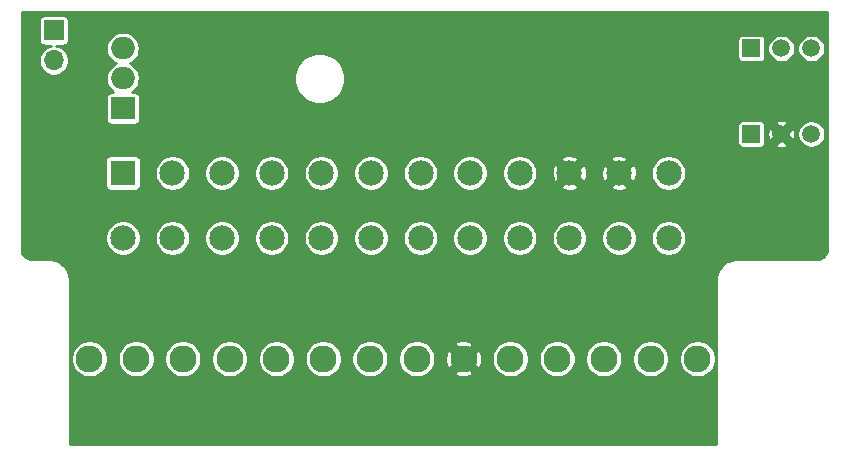
<source format=gbr>
%TF.GenerationSoftware,KiCad,Pcbnew,(5.1.6)-1*%
%TF.CreationDate,2022-09-15T12:09:30-04:00*%
%TF.ProjectId,Amiga-2000-ATX,416d6967-612d-4323-9030-302d4154582e,rev?*%
%TF.SameCoordinates,Original*%
%TF.FileFunction,Copper,L3,Inr*%
%TF.FilePolarity,Positive*%
%FSLAX46Y46*%
G04 Gerber Fmt 4.6, Leading zero omitted, Abs format (unit mm)*
G04 Created by KiCad (PCBNEW (5.1.6)-1) date 2022-09-15 12:09:30*
%MOMM*%
%LPD*%
G01*
G04 APERTURE LIST*
%TA.AperFunction,ViaPad*%
%ADD10C,2.280000*%
%TD*%
%TA.AperFunction,ViaPad*%
%ADD11R,2.150000X2.150000*%
%TD*%
%TA.AperFunction,ViaPad*%
%ADD12C,2.150000*%
%TD*%
%TA.AperFunction,ViaPad*%
%ADD13C,1.500000*%
%TD*%
%TA.AperFunction,ViaPad*%
%ADD14R,1.500000X1.500000*%
%TD*%
%TA.AperFunction,ViaPad*%
%ADD15R,1.700000X1.700000*%
%TD*%
%TA.AperFunction,ViaPad*%
%ADD16O,1.700000X1.700000*%
%TD*%
%TA.AperFunction,ViaPad*%
%ADD17R,2.000000X1.905000*%
%TD*%
%TA.AperFunction,ViaPad*%
%ADD18O,2.000000X1.905000*%
%TD*%
%TA.AperFunction,Conductor*%
%ADD19C,0.254000*%
%TD*%
G04 APERTURE END LIST*
D10*
%TO.N,Net-(J1-Pad14)*%
%TO.C,J1*%
X177546000Y-71865001D03*
%TO.N,/-5V*%
X173586000Y-71865001D03*
%TO.N,/5V*%
X169626000Y-71865001D03*
%TO.N,/-12V*%
X165666000Y-71865001D03*
%TO.N,Net-(J1-Pad10)*%
X161706000Y-71865001D03*
%TO.N,/12V*%
X157746000Y-71865001D03*
%TO.N,/5V*%
X133986000Y-71865001D03*
X137946000Y-71865001D03*
%TO.N,/GND*%
X153786000Y-71865001D03*
X141906000Y-71865001D03*
X149826000Y-71865001D03*
X145866000Y-71865001D03*
%TO.N,/5V*%
X130026000Y-71865001D03*
X126066000Y-71865001D03*
%TD*%
D11*
%TO.N,/3.3V*%
%TO.C,J2*%
X128905000Y-56134000D03*
D12*
X133105000Y-56134000D03*
%TO.N,/GND*%
X137305000Y-56134000D03*
%TO.N,/5V*%
X141505000Y-56134000D03*
%TO.N,/GND*%
X145705000Y-56134000D03*
%TO.N,/5V*%
X149905000Y-56134000D03*
%TO.N,/GND*%
X154105000Y-56134000D03*
%TO.N,/PG*%
X158305000Y-56134000D03*
%TO.N,/5VSB*%
X162505000Y-56134000D03*
%TO.N,/12V*%
X166705000Y-56134000D03*
X170905000Y-56134000D03*
%TO.N,/3.3V*%
X175105000Y-56134000D03*
X128905000Y-61634000D03*
%TO.N,/-12V*%
X133105000Y-61634000D03*
%TO.N,/GND*%
X137305000Y-61634000D03*
%TO.N,/PS-ON*%
X141505000Y-61634000D03*
%TO.N,/GND*%
X145705000Y-61634000D03*
X149905000Y-61634000D03*
X154105000Y-61634000D03*
%TO.N,Net-(J2-Pad20)*%
X158305000Y-61634000D03*
%TO.N,/5V*%
X162505000Y-61634000D03*
X166705000Y-61634000D03*
X170905000Y-61634000D03*
%TO.N,/GND*%
X175105000Y-61634000D03*
%TD*%
D13*
%TO.N,/GND*%
%TO.C,J3*%
X187198000Y-45593000D03*
%TO.N,/5V*%
X184658000Y-45593000D03*
D14*
%TO.N,Net-(J3-Pad1)*%
X182118000Y-45593000D03*
%TD*%
%TO.N,Net-(J4-Pad1)*%
%TO.C,J4*%
X182118000Y-52832000D03*
D13*
%TO.N,/12V*%
X184658000Y-52832000D03*
%TO.N,/GND*%
X187198000Y-52832000D03*
%TD*%
D15*
%TO.N,/GND*%
%TO.C,PWRSW*%
X123063000Y-44069000D03*
D16*
%TO.N,/PS-ON*%
X123063000Y-46609000D03*
%TD*%
D17*
%TO.N,/GND*%
%TO.C,U1*%
X128905000Y-50673000D03*
D18*
%TO.N,/-12V*%
X128905000Y-48133000D03*
%TO.N,/-5V*%
X128905000Y-45593000D03*
%TD*%
D19*
%TO.N,/12V*%
G36*
X188524000Y-62588891D02*
G01*
X188506295Y-62769464D01*
X188460275Y-62921888D01*
X188385523Y-63062476D01*
X188284889Y-63185865D01*
X188162209Y-63287355D01*
X188022151Y-63363084D01*
X187870044Y-63410170D01*
X187690883Y-63429000D01*
X180825795Y-63429000D01*
X180806037Y-63430946D01*
X180798169Y-63430891D01*
X180791888Y-63431507D01*
X180545385Y-63457415D01*
X180505280Y-63465647D01*
X180465012Y-63473329D01*
X180458970Y-63475153D01*
X180222194Y-63548448D01*
X180184391Y-63564339D01*
X180146446Y-63579670D01*
X180140877Y-63582631D01*
X180140872Y-63582633D01*
X180140868Y-63582636D01*
X179922843Y-63700521D01*
X179888889Y-63723423D01*
X179854599Y-63745862D01*
X179849718Y-63749843D01*
X179849710Y-63749849D01*
X179849703Y-63749856D01*
X179658729Y-63907844D01*
X179629864Y-63936910D01*
X179600593Y-63965575D01*
X179596575Y-63970432D01*
X179596569Y-63970438D01*
X179596565Y-63970445D01*
X179439915Y-64162516D01*
X179417239Y-64196646D01*
X179394099Y-64230441D01*
X179391100Y-64235988D01*
X179391097Y-64235992D01*
X179391097Y-64235993D01*
X179274734Y-64454841D01*
X179259117Y-64492731D01*
X179242985Y-64530369D01*
X179241121Y-64536392D01*
X179241118Y-64536399D01*
X179241118Y-64536400D01*
X179169479Y-64773679D01*
X179161518Y-64813883D01*
X179153004Y-64853938D01*
X179152344Y-64860214D01*
X179128157Y-65106893D01*
X179128157Y-65106905D01*
X179126001Y-65128795D01*
X179126000Y-69110204D01*
X179126001Y-69110214D01*
X179126000Y-79050000D01*
X124404000Y-79050000D01*
X124404000Y-71710665D01*
X124499000Y-71710665D01*
X124499000Y-72019337D01*
X124559219Y-72322078D01*
X124677343Y-72607254D01*
X124848832Y-72863905D01*
X125067096Y-73082169D01*
X125323747Y-73253658D01*
X125608923Y-73371782D01*
X125911664Y-73432001D01*
X126220336Y-73432001D01*
X126523077Y-73371782D01*
X126808253Y-73253658D01*
X127064904Y-73082169D01*
X127283168Y-72863905D01*
X127454657Y-72607254D01*
X127572781Y-72322078D01*
X127633000Y-72019337D01*
X127633000Y-71710665D01*
X128459000Y-71710665D01*
X128459000Y-72019337D01*
X128519219Y-72322078D01*
X128637343Y-72607254D01*
X128808832Y-72863905D01*
X129027096Y-73082169D01*
X129283747Y-73253658D01*
X129568923Y-73371782D01*
X129871664Y-73432001D01*
X130180336Y-73432001D01*
X130483077Y-73371782D01*
X130768253Y-73253658D01*
X131024904Y-73082169D01*
X131243168Y-72863905D01*
X131414657Y-72607254D01*
X131532781Y-72322078D01*
X131593000Y-72019337D01*
X131593000Y-71710665D01*
X132419000Y-71710665D01*
X132419000Y-72019337D01*
X132479219Y-72322078D01*
X132597343Y-72607254D01*
X132768832Y-72863905D01*
X132987096Y-73082169D01*
X133243747Y-73253658D01*
X133528923Y-73371782D01*
X133831664Y-73432001D01*
X134140336Y-73432001D01*
X134443077Y-73371782D01*
X134728253Y-73253658D01*
X134984904Y-73082169D01*
X135203168Y-72863905D01*
X135374657Y-72607254D01*
X135492781Y-72322078D01*
X135553000Y-72019337D01*
X135553000Y-71710665D01*
X136379000Y-71710665D01*
X136379000Y-72019337D01*
X136439219Y-72322078D01*
X136557343Y-72607254D01*
X136728832Y-72863905D01*
X136947096Y-73082169D01*
X137203747Y-73253658D01*
X137488923Y-73371782D01*
X137791664Y-73432001D01*
X138100336Y-73432001D01*
X138403077Y-73371782D01*
X138688253Y-73253658D01*
X138944904Y-73082169D01*
X139163168Y-72863905D01*
X139334657Y-72607254D01*
X139452781Y-72322078D01*
X139513000Y-72019337D01*
X139513000Y-71710665D01*
X140339000Y-71710665D01*
X140339000Y-72019337D01*
X140399219Y-72322078D01*
X140517343Y-72607254D01*
X140688832Y-72863905D01*
X140907096Y-73082169D01*
X141163747Y-73253658D01*
X141448923Y-73371782D01*
X141751664Y-73432001D01*
X142060336Y-73432001D01*
X142363077Y-73371782D01*
X142648253Y-73253658D01*
X142904904Y-73082169D01*
X143123168Y-72863905D01*
X143294657Y-72607254D01*
X143412781Y-72322078D01*
X143473000Y-72019337D01*
X143473000Y-71710665D01*
X144299000Y-71710665D01*
X144299000Y-72019337D01*
X144359219Y-72322078D01*
X144477343Y-72607254D01*
X144648832Y-72863905D01*
X144867096Y-73082169D01*
X145123747Y-73253658D01*
X145408923Y-73371782D01*
X145711664Y-73432001D01*
X146020336Y-73432001D01*
X146323077Y-73371782D01*
X146608253Y-73253658D01*
X146864904Y-73082169D01*
X147083168Y-72863905D01*
X147254657Y-72607254D01*
X147372781Y-72322078D01*
X147433000Y-72019337D01*
X147433000Y-71710665D01*
X148259000Y-71710665D01*
X148259000Y-72019337D01*
X148319219Y-72322078D01*
X148437343Y-72607254D01*
X148608832Y-72863905D01*
X148827096Y-73082169D01*
X149083747Y-73253658D01*
X149368923Y-73371782D01*
X149671664Y-73432001D01*
X149980336Y-73432001D01*
X150283077Y-73371782D01*
X150568253Y-73253658D01*
X150824904Y-73082169D01*
X151043168Y-72863905D01*
X151214657Y-72607254D01*
X151332781Y-72322078D01*
X151393000Y-72019337D01*
X151393000Y-71710665D01*
X152219000Y-71710665D01*
X152219000Y-72019337D01*
X152279219Y-72322078D01*
X152397343Y-72607254D01*
X152568832Y-72863905D01*
X152787096Y-73082169D01*
X153043747Y-73253658D01*
X153328923Y-73371782D01*
X153631664Y-73432001D01*
X153940336Y-73432001D01*
X154243077Y-73371782D01*
X154528253Y-73253658D01*
X154784904Y-73082169D01*
X154789228Y-73077845D01*
X156919236Y-73077845D01*
X157055362Y-73280037D01*
X157344693Y-73387584D01*
X157649445Y-73436619D01*
X157957908Y-73425258D01*
X158258227Y-73353937D01*
X158436638Y-73280037D01*
X158572764Y-73077845D01*
X157746000Y-72251081D01*
X156919236Y-73077845D01*
X154789228Y-73077845D01*
X155003168Y-72863905D01*
X155174657Y-72607254D01*
X155292781Y-72322078D01*
X155353000Y-72019337D01*
X155353000Y-71768446D01*
X156174382Y-71768446D01*
X156185743Y-72076909D01*
X156257064Y-72377228D01*
X156330964Y-72555639D01*
X156533156Y-72691765D01*
X157359920Y-71865001D01*
X158132080Y-71865001D01*
X158958844Y-72691765D01*
X159161036Y-72555639D01*
X159268583Y-72266308D01*
X159317618Y-71961556D01*
X159308378Y-71710665D01*
X160139000Y-71710665D01*
X160139000Y-72019337D01*
X160199219Y-72322078D01*
X160317343Y-72607254D01*
X160488832Y-72863905D01*
X160707096Y-73082169D01*
X160963747Y-73253658D01*
X161248923Y-73371782D01*
X161551664Y-73432001D01*
X161860336Y-73432001D01*
X162163077Y-73371782D01*
X162448253Y-73253658D01*
X162704904Y-73082169D01*
X162923168Y-72863905D01*
X163094657Y-72607254D01*
X163212781Y-72322078D01*
X163273000Y-72019337D01*
X163273000Y-71710665D01*
X164099000Y-71710665D01*
X164099000Y-72019337D01*
X164159219Y-72322078D01*
X164277343Y-72607254D01*
X164448832Y-72863905D01*
X164667096Y-73082169D01*
X164923747Y-73253658D01*
X165208923Y-73371782D01*
X165511664Y-73432001D01*
X165820336Y-73432001D01*
X166123077Y-73371782D01*
X166408253Y-73253658D01*
X166664904Y-73082169D01*
X166883168Y-72863905D01*
X167054657Y-72607254D01*
X167172781Y-72322078D01*
X167233000Y-72019337D01*
X167233000Y-71710665D01*
X168059000Y-71710665D01*
X168059000Y-72019337D01*
X168119219Y-72322078D01*
X168237343Y-72607254D01*
X168408832Y-72863905D01*
X168627096Y-73082169D01*
X168883747Y-73253658D01*
X169168923Y-73371782D01*
X169471664Y-73432001D01*
X169780336Y-73432001D01*
X170083077Y-73371782D01*
X170368253Y-73253658D01*
X170624904Y-73082169D01*
X170843168Y-72863905D01*
X171014657Y-72607254D01*
X171132781Y-72322078D01*
X171193000Y-72019337D01*
X171193000Y-71710665D01*
X172019000Y-71710665D01*
X172019000Y-72019337D01*
X172079219Y-72322078D01*
X172197343Y-72607254D01*
X172368832Y-72863905D01*
X172587096Y-73082169D01*
X172843747Y-73253658D01*
X173128923Y-73371782D01*
X173431664Y-73432001D01*
X173740336Y-73432001D01*
X174043077Y-73371782D01*
X174328253Y-73253658D01*
X174584904Y-73082169D01*
X174803168Y-72863905D01*
X174974657Y-72607254D01*
X175092781Y-72322078D01*
X175153000Y-72019337D01*
X175153000Y-71710665D01*
X175979000Y-71710665D01*
X175979000Y-72019337D01*
X176039219Y-72322078D01*
X176157343Y-72607254D01*
X176328832Y-72863905D01*
X176547096Y-73082169D01*
X176803747Y-73253658D01*
X177088923Y-73371782D01*
X177391664Y-73432001D01*
X177700336Y-73432001D01*
X178003077Y-73371782D01*
X178288253Y-73253658D01*
X178544904Y-73082169D01*
X178763168Y-72863905D01*
X178934657Y-72607254D01*
X179052781Y-72322078D01*
X179113000Y-72019337D01*
X179113000Y-71710665D01*
X179052781Y-71407924D01*
X178934657Y-71122748D01*
X178763168Y-70866097D01*
X178544904Y-70647833D01*
X178288253Y-70476344D01*
X178003077Y-70358220D01*
X177700336Y-70298001D01*
X177391664Y-70298001D01*
X177088923Y-70358220D01*
X176803747Y-70476344D01*
X176547096Y-70647833D01*
X176328832Y-70866097D01*
X176157343Y-71122748D01*
X176039219Y-71407924D01*
X175979000Y-71710665D01*
X175153000Y-71710665D01*
X175092781Y-71407924D01*
X174974657Y-71122748D01*
X174803168Y-70866097D01*
X174584904Y-70647833D01*
X174328253Y-70476344D01*
X174043077Y-70358220D01*
X173740336Y-70298001D01*
X173431664Y-70298001D01*
X173128923Y-70358220D01*
X172843747Y-70476344D01*
X172587096Y-70647833D01*
X172368832Y-70866097D01*
X172197343Y-71122748D01*
X172079219Y-71407924D01*
X172019000Y-71710665D01*
X171193000Y-71710665D01*
X171132781Y-71407924D01*
X171014657Y-71122748D01*
X170843168Y-70866097D01*
X170624904Y-70647833D01*
X170368253Y-70476344D01*
X170083077Y-70358220D01*
X169780336Y-70298001D01*
X169471664Y-70298001D01*
X169168923Y-70358220D01*
X168883747Y-70476344D01*
X168627096Y-70647833D01*
X168408832Y-70866097D01*
X168237343Y-71122748D01*
X168119219Y-71407924D01*
X168059000Y-71710665D01*
X167233000Y-71710665D01*
X167172781Y-71407924D01*
X167054657Y-71122748D01*
X166883168Y-70866097D01*
X166664904Y-70647833D01*
X166408253Y-70476344D01*
X166123077Y-70358220D01*
X165820336Y-70298001D01*
X165511664Y-70298001D01*
X165208923Y-70358220D01*
X164923747Y-70476344D01*
X164667096Y-70647833D01*
X164448832Y-70866097D01*
X164277343Y-71122748D01*
X164159219Y-71407924D01*
X164099000Y-71710665D01*
X163273000Y-71710665D01*
X163212781Y-71407924D01*
X163094657Y-71122748D01*
X162923168Y-70866097D01*
X162704904Y-70647833D01*
X162448253Y-70476344D01*
X162163077Y-70358220D01*
X161860336Y-70298001D01*
X161551664Y-70298001D01*
X161248923Y-70358220D01*
X160963747Y-70476344D01*
X160707096Y-70647833D01*
X160488832Y-70866097D01*
X160317343Y-71122748D01*
X160199219Y-71407924D01*
X160139000Y-71710665D01*
X159308378Y-71710665D01*
X159306257Y-71653093D01*
X159234936Y-71352774D01*
X159161036Y-71174363D01*
X158958844Y-71038237D01*
X158132080Y-71865001D01*
X157359920Y-71865001D01*
X156533156Y-71038237D01*
X156330964Y-71174363D01*
X156223417Y-71463694D01*
X156174382Y-71768446D01*
X155353000Y-71768446D01*
X155353000Y-71710665D01*
X155292781Y-71407924D01*
X155174657Y-71122748D01*
X155003168Y-70866097D01*
X154789228Y-70652157D01*
X156919236Y-70652157D01*
X157746000Y-71478921D01*
X158572764Y-70652157D01*
X158436638Y-70449965D01*
X158147307Y-70342418D01*
X157842555Y-70293383D01*
X157534092Y-70304744D01*
X157233773Y-70376065D01*
X157055362Y-70449965D01*
X156919236Y-70652157D01*
X154789228Y-70652157D01*
X154784904Y-70647833D01*
X154528253Y-70476344D01*
X154243077Y-70358220D01*
X153940336Y-70298001D01*
X153631664Y-70298001D01*
X153328923Y-70358220D01*
X153043747Y-70476344D01*
X152787096Y-70647833D01*
X152568832Y-70866097D01*
X152397343Y-71122748D01*
X152279219Y-71407924D01*
X152219000Y-71710665D01*
X151393000Y-71710665D01*
X151332781Y-71407924D01*
X151214657Y-71122748D01*
X151043168Y-70866097D01*
X150824904Y-70647833D01*
X150568253Y-70476344D01*
X150283077Y-70358220D01*
X149980336Y-70298001D01*
X149671664Y-70298001D01*
X149368923Y-70358220D01*
X149083747Y-70476344D01*
X148827096Y-70647833D01*
X148608832Y-70866097D01*
X148437343Y-71122748D01*
X148319219Y-71407924D01*
X148259000Y-71710665D01*
X147433000Y-71710665D01*
X147372781Y-71407924D01*
X147254657Y-71122748D01*
X147083168Y-70866097D01*
X146864904Y-70647833D01*
X146608253Y-70476344D01*
X146323077Y-70358220D01*
X146020336Y-70298001D01*
X145711664Y-70298001D01*
X145408923Y-70358220D01*
X145123747Y-70476344D01*
X144867096Y-70647833D01*
X144648832Y-70866097D01*
X144477343Y-71122748D01*
X144359219Y-71407924D01*
X144299000Y-71710665D01*
X143473000Y-71710665D01*
X143412781Y-71407924D01*
X143294657Y-71122748D01*
X143123168Y-70866097D01*
X142904904Y-70647833D01*
X142648253Y-70476344D01*
X142363077Y-70358220D01*
X142060336Y-70298001D01*
X141751664Y-70298001D01*
X141448923Y-70358220D01*
X141163747Y-70476344D01*
X140907096Y-70647833D01*
X140688832Y-70866097D01*
X140517343Y-71122748D01*
X140399219Y-71407924D01*
X140339000Y-71710665D01*
X139513000Y-71710665D01*
X139452781Y-71407924D01*
X139334657Y-71122748D01*
X139163168Y-70866097D01*
X138944904Y-70647833D01*
X138688253Y-70476344D01*
X138403077Y-70358220D01*
X138100336Y-70298001D01*
X137791664Y-70298001D01*
X137488923Y-70358220D01*
X137203747Y-70476344D01*
X136947096Y-70647833D01*
X136728832Y-70866097D01*
X136557343Y-71122748D01*
X136439219Y-71407924D01*
X136379000Y-71710665D01*
X135553000Y-71710665D01*
X135492781Y-71407924D01*
X135374657Y-71122748D01*
X135203168Y-70866097D01*
X134984904Y-70647833D01*
X134728253Y-70476344D01*
X134443077Y-70358220D01*
X134140336Y-70298001D01*
X133831664Y-70298001D01*
X133528923Y-70358220D01*
X133243747Y-70476344D01*
X132987096Y-70647833D01*
X132768832Y-70866097D01*
X132597343Y-71122748D01*
X132479219Y-71407924D01*
X132419000Y-71710665D01*
X131593000Y-71710665D01*
X131532781Y-71407924D01*
X131414657Y-71122748D01*
X131243168Y-70866097D01*
X131024904Y-70647833D01*
X130768253Y-70476344D01*
X130483077Y-70358220D01*
X130180336Y-70298001D01*
X129871664Y-70298001D01*
X129568923Y-70358220D01*
X129283747Y-70476344D01*
X129027096Y-70647833D01*
X128808832Y-70866097D01*
X128637343Y-71122748D01*
X128519219Y-71407924D01*
X128459000Y-71710665D01*
X127633000Y-71710665D01*
X127572781Y-71407924D01*
X127454657Y-71122748D01*
X127283168Y-70866097D01*
X127064904Y-70647833D01*
X126808253Y-70476344D01*
X126523077Y-70358220D01*
X126220336Y-70298001D01*
X125911664Y-70298001D01*
X125608923Y-70358220D01*
X125323747Y-70476344D01*
X125067096Y-70647833D01*
X124848832Y-70866097D01*
X124677343Y-71122748D01*
X124559219Y-71407924D01*
X124499000Y-71710665D01*
X124404000Y-71710665D01*
X124404000Y-65128795D01*
X124402054Y-65109037D01*
X124402109Y-65101169D01*
X124401493Y-65094888D01*
X124375585Y-64848385D01*
X124367353Y-64808280D01*
X124359671Y-64768012D01*
X124357847Y-64761970D01*
X124284552Y-64525194D01*
X124268661Y-64487391D01*
X124253330Y-64449446D01*
X124250367Y-64443873D01*
X124250367Y-64443872D01*
X124250364Y-64443868D01*
X124132479Y-64225843D01*
X124109577Y-64191889D01*
X124087138Y-64157599D01*
X124083157Y-64152718D01*
X124083151Y-64152710D01*
X124083144Y-64152703D01*
X123925156Y-63961729D01*
X123896090Y-63932864D01*
X123867425Y-63903593D01*
X123862568Y-63899575D01*
X123862562Y-63899569D01*
X123862555Y-63899565D01*
X123670484Y-63742915D01*
X123636354Y-63720239D01*
X123602559Y-63697099D01*
X123597012Y-63694100D01*
X123597008Y-63694097D01*
X123597004Y-63694095D01*
X123378159Y-63577734D01*
X123340269Y-63562117D01*
X123302631Y-63545985D01*
X123296608Y-63544121D01*
X123296601Y-63544118D01*
X123296594Y-63544117D01*
X123059321Y-63472479D01*
X123019117Y-63464518D01*
X122979062Y-63456004D01*
X122972788Y-63455344D01*
X122972786Y-63455344D01*
X122726107Y-63431157D01*
X122726105Y-63431157D01*
X122704205Y-63429000D01*
X121180109Y-63429000D01*
X120999536Y-63411295D01*
X120847112Y-63365275D01*
X120706524Y-63290523D01*
X120583135Y-63189889D01*
X120481645Y-63067209D01*
X120405916Y-62927151D01*
X120358830Y-62775044D01*
X120340000Y-62595883D01*
X120340000Y-61486066D01*
X127403000Y-61486066D01*
X127403000Y-61781934D01*
X127460721Y-62072117D01*
X127573944Y-62345464D01*
X127738320Y-62591469D01*
X127947531Y-62800680D01*
X128193536Y-62965056D01*
X128466883Y-63078279D01*
X128757066Y-63136000D01*
X129052934Y-63136000D01*
X129343117Y-63078279D01*
X129616464Y-62965056D01*
X129862469Y-62800680D01*
X130071680Y-62591469D01*
X130236056Y-62345464D01*
X130349279Y-62072117D01*
X130407000Y-61781934D01*
X130407000Y-61486066D01*
X131603000Y-61486066D01*
X131603000Y-61781934D01*
X131660721Y-62072117D01*
X131773944Y-62345464D01*
X131938320Y-62591469D01*
X132147531Y-62800680D01*
X132393536Y-62965056D01*
X132666883Y-63078279D01*
X132957066Y-63136000D01*
X133252934Y-63136000D01*
X133543117Y-63078279D01*
X133816464Y-62965056D01*
X134062469Y-62800680D01*
X134271680Y-62591469D01*
X134436056Y-62345464D01*
X134549279Y-62072117D01*
X134607000Y-61781934D01*
X134607000Y-61486066D01*
X135803000Y-61486066D01*
X135803000Y-61781934D01*
X135860721Y-62072117D01*
X135973944Y-62345464D01*
X136138320Y-62591469D01*
X136347531Y-62800680D01*
X136593536Y-62965056D01*
X136866883Y-63078279D01*
X137157066Y-63136000D01*
X137452934Y-63136000D01*
X137743117Y-63078279D01*
X138016464Y-62965056D01*
X138262469Y-62800680D01*
X138471680Y-62591469D01*
X138636056Y-62345464D01*
X138749279Y-62072117D01*
X138807000Y-61781934D01*
X138807000Y-61486066D01*
X140003000Y-61486066D01*
X140003000Y-61781934D01*
X140060721Y-62072117D01*
X140173944Y-62345464D01*
X140338320Y-62591469D01*
X140547531Y-62800680D01*
X140793536Y-62965056D01*
X141066883Y-63078279D01*
X141357066Y-63136000D01*
X141652934Y-63136000D01*
X141943117Y-63078279D01*
X142216464Y-62965056D01*
X142462469Y-62800680D01*
X142671680Y-62591469D01*
X142836056Y-62345464D01*
X142949279Y-62072117D01*
X143007000Y-61781934D01*
X143007000Y-61486066D01*
X144203000Y-61486066D01*
X144203000Y-61781934D01*
X144260721Y-62072117D01*
X144373944Y-62345464D01*
X144538320Y-62591469D01*
X144747531Y-62800680D01*
X144993536Y-62965056D01*
X145266883Y-63078279D01*
X145557066Y-63136000D01*
X145852934Y-63136000D01*
X146143117Y-63078279D01*
X146416464Y-62965056D01*
X146662469Y-62800680D01*
X146871680Y-62591469D01*
X147036056Y-62345464D01*
X147149279Y-62072117D01*
X147207000Y-61781934D01*
X147207000Y-61486066D01*
X148403000Y-61486066D01*
X148403000Y-61781934D01*
X148460721Y-62072117D01*
X148573944Y-62345464D01*
X148738320Y-62591469D01*
X148947531Y-62800680D01*
X149193536Y-62965056D01*
X149466883Y-63078279D01*
X149757066Y-63136000D01*
X150052934Y-63136000D01*
X150343117Y-63078279D01*
X150616464Y-62965056D01*
X150862469Y-62800680D01*
X151071680Y-62591469D01*
X151236056Y-62345464D01*
X151349279Y-62072117D01*
X151407000Y-61781934D01*
X151407000Y-61486066D01*
X152603000Y-61486066D01*
X152603000Y-61781934D01*
X152660721Y-62072117D01*
X152773944Y-62345464D01*
X152938320Y-62591469D01*
X153147531Y-62800680D01*
X153393536Y-62965056D01*
X153666883Y-63078279D01*
X153957066Y-63136000D01*
X154252934Y-63136000D01*
X154543117Y-63078279D01*
X154816464Y-62965056D01*
X155062469Y-62800680D01*
X155271680Y-62591469D01*
X155436056Y-62345464D01*
X155549279Y-62072117D01*
X155607000Y-61781934D01*
X155607000Y-61486066D01*
X156803000Y-61486066D01*
X156803000Y-61781934D01*
X156860721Y-62072117D01*
X156973944Y-62345464D01*
X157138320Y-62591469D01*
X157347531Y-62800680D01*
X157593536Y-62965056D01*
X157866883Y-63078279D01*
X158157066Y-63136000D01*
X158452934Y-63136000D01*
X158743117Y-63078279D01*
X159016464Y-62965056D01*
X159262469Y-62800680D01*
X159471680Y-62591469D01*
X159636056Y-62345464D01*
X159749279Y-62072117D01*
X159807000Y-61781934D01*
X159807000Y-61486066D01*
X161003000Y-61486066D01*
X161003000Y-61781934D01*
X161060721Y-62072117D01*
X161173944Y-62345464D01*
X161338320Y-62591469D01*
X161547531Y-62800680D01*
X161793536Y-62965056D01*
X162066883Y-63078279D01*
X162357066Y-63136000D01*
X162652934Y-63136000D01*
X162943117Y-63078279D01*
X163216464Y-62965056D01*
X163462469Y-62800680D01*
X163671680Y-62591469D01*
X163836056Y-62345464D01*
X163949279Y-62072117D01*
X164007000Y-61781934D01*
X164007000Y-61486066D01*
X165203000Y-61486066D01*
X165203000Y-61781934D01*
X165260721Y-62072117D01*
X165373944Y-62345464D01*
X165538320Y-62591469D01*
X165747531Y-62800680D01*
X165993536Y-62965056D01*
X166266883Y-63078279D01*
X166557066Y-63136000D01*
X166852934Y-63136000D01*
X167143117Y-63078279D01*
X167416464Y-62965056D01*
X167662469Y-62800680D01*
X167871680Y-62591469D01*
X168036056Y-62345464D01*
X168149279Y-62072117D01*
X168207000Y-61781934D01*
X168207000Y-61486066D01*
X169403000Y-61486066D01*
X169403000Y-61781934D01*
X169460721Y-62072117D01*
X169573944Y-62345464D01*
X169738320Y-62591469D01*
X169947531Y-62800680D01*
X170193536Y-62965056D01*
X170466883Y-63078279D01*
X170757066Y-63136000D01*
X171052934Y-63136000D01*
X171343117Y-63078279D01*
X171616464Y-62965056D01*
X171862469Y-62800680D01*
X172071680Y-62591469D01*
X172236056Y-62345464D01*
X172349279Y-62072117D01*
X172407000Y-61781934D01*
X172407000Y-61486066D01*
X173603000Y-61486066D01*
X173603000Y-61781934D01*
X173660721Y-62072117D01*
X173773944Y-62345464D01*
X173938320Y-62591469D01*
X174147531Y-62800680D01*
X174393536Y-62965056D01*
X174666883Y-63078279D01*
X174957066Y-63136000D01*
X175252934Y-63136000D01*
X175543117Y-63078279D01*
X175816464Y-62965056D01*
X176062469Y-62800680D01*
X176271680Y-62591469D01*
X176436056Y-62345464D01*
X176549279Y-62072117D01*
X176607000Y-61781934D01*
X176607000Y-61486066D01*
X176549279Y-61195883D01*
X176436056Y-60922536D01*
X176271680Y-60676531D01*
X176062469Y-60467320D01*
X175816464Y-60302944D01*
X175543117Y-60189721D01*
X175252934Y-60132000D01*
X174957066Y-60132000D01*
X174666883Y-60189721D01*
X174393536Y-60302944D01*
X174147531Y-60467320D01*
X173938320Y-60676531D01*
X173773944Y-60922536D01*
X173660721Y-61195883D01*
X173603000Y-61486066D01*
X172407000Y-61486066D01*
X172349279Y-61195883D01*
X172236056Y-60922536D01*
X172071680Y-60676531D01*
X171862469Y-60467320D01*
X171616464Y-60302944D01*
X171343117Y-60189721D01*
X171052934Y-60132000D01*
X170757066Y-60132000D01*
X170466883Y-60189721D01*
X170193536Y-60302944D01*
X169947531Y-60467320D01*
X169738320Y-60676531D01*
X169573944Y-60922536D01*
X169460721Y-61195883D01*
X169403000Y-61486066D01*
X168207000Y-61486066D01*
X168149279Y-61195883D01*
X168036056Y-60922536D01*
X167871680Y-60676531D01*
X167662469Y-60467320D01*
X167416464Y-60302944D01*
X167143117Y-60189721D01*
X166852934Y-60132000D01*
X166557066Y-60132000D01*
X166266883Y-60189721D01*
X165993536Y-60302944D01*
X165747531Y-60467320D01*
X165538320Y-60676531D01*
X165373944Y-60922536D01*
X165260721Y-61195883D01*
X165203000Y-61486066D01*
X164007000Y-61486066D01*
X163949279Y-61195883D01*
X163836056Y-60922536D01*
X163671680Y-60676531D01*
X163462469Y-60467320D01*
X163216464Y-60302944D01*
X162943117Y-60189721D01*
X162652934Y-60132000D01*
X162357066Y-60132000D01*
X162066883Y-60189721D01*
X161793536Y-60302944D01*
X161547531Y-60467320D01*
X161338320Y-60676531D01*
X161173944Y-60922536D01*
X161060721Y-61195883D01*
X161003000Y-61486066D01*
X159807000Y-61486066D01*
X159749279Y-61195883D01*
X159636056Y-60922536D01*
X159471680Y-60676531D01*
X159262469Y-60467320D01*
X159016464Y-60302944D01*
X158743117Y-60189721D01*
X158452934Y-60132000D01*
X158157066Y-60132000D01*
X157866883Y-60189721D01*
X157593536Y-60302944D01*
X157347531Y-60467320D01*
X157138320Y-60676531D01*
X156973944Y-60922536D01*
X156860721Y-61195883D01*
X156803000Y-61486066D01*
X155607000Y-61486066D01*
X155549279Y-61195883D01*
X155436056Y-60922536D01*
X155271680Y-60676531D01*
X155062469Y-60467320D01*
X154816464Y-60302944D01*
X154543117Y-60189721D01*
X154252934Y-60132000D01*
X153957066Y-60132000D01*
X153666883Y-60189721D01*
X153393536Y-60302944D01*
X153147531Y-60467320D01*
X152938320Y-60676531D01*
X152773944Y-60922536D01*
X152660721Y-61195883D01*
X152603000Y-61486066D01*
X151407000Y-61486066D01*
X151349279Y-61195883D01*
X151236056Y-60922536D01*
X151071680Y-60676531D01*
X150862469Y-60467320D01*
X150616464Y-60302944D01*
X150343117Y-60189721D01*
X150052934Y-60132000D01*
X149757066Y-60132000D01*
X149466883Y-60189721D01*
X149193536Y-60302944D01*
X148947531Y-60467320D01*
X148738320Y-60676531D01*
X148573944Y-60922536D01*
X148460721Y-61195883D01*
X148403000Y-61486066D01*
X147207000Y-61486066D01*
X147149279Y-61195883D01*
X147036056Y-60922536D01*
X146871680Y-60676531D01*
X146662469Y-60467320D01*
X146416464Y-60302944D01*
X146143117Y-60189721D01*
X145852934Y-60132000D01*
X145557066Y-60132000D01*
X145266883Y-60189721D01*
X144993536Y-60302944D01*
X144747531Y-60467320D01*
X144538320Y-60676531D01*
X144373944Y-60922536D01*
X144260721Y-61195883D01*
X144203000Y-61486066D01*
X143007000Y-61486066D01*
X142949279Y-61195883D01*
X142836056Y-60922536D01*
X142671680Y-60676531D01*
X142462469Y-60467320D01*
X142216464Y-60302944D01*
X141943117Y-60189721D01*
X141652934Y-60132000D01*
X141357066Y-60132000D01*
X141066883Y-60189721D01*
X140793536Y-60302944D01*
X140547531Y-60467320D01*
X140338320Y-60676531D01*
X140173944Y-60922536D01*
X140060721Y-61195883D01*
X140003000Y-61486066D01*
X138807000Y-61486066D01*
X138749279Y-61195883D01*
X138636056Y-60922536D01*
X138471680Y-60676531D01*
X138262469Y-60467320D01*
X138016464Y-60302944D01*
X137743117Y-60189721D01*
X137452934Y-60132000D01*
X137157066Y-60132000D01*
X136866883Y-60189721D01*
X136593536Y-60302944D01*
X136347531Y-60467320D01*
X136138320Y-60676531D01*
X135973944Y-60922536D01*
X135860721Y-61195883D01*
X135803000Y-61486066D01*
X134607000Y-61486066D01*
X134549279Y-61195883D01*
X134436056Y-60922536D01*
X134271680Y-60676531D01*
X134062469Y-60467320D01*
X133816464Y-60302944D01*
X133543117Y-60189721D01*
X133252934Y-60132000D01*
X132957066Y-60132000D01*
X132666883Y-60189721D01*
X132393536Y-60302944D01*
X132147531Y-60467320D01*
X131938320Y-60676531D01*
X131773944Y-60922536D01*
X131660721Y-61195883D01*
X131603000Y-61486066D01*
X130407000Y-61486066D01*
X130349279Y-61195883D01*
X130236056Y-60922536D01*
X130071680Y-60676531D01*
X129862469Y-60467320D01*
X129616464Y-60302944D01*
X129343117Y-60189721D01*
X129052934Y-60132000D01*
X128757066Y-60132000D01*
X128466883Y-60189721D01*
X128193536Y-60302944D01*
X127947531Y-60467320D01*
X127738320Y-60676531D01*
X127573944Y-60922536D01*
X127460721Y-61195883D01*
X127403000Y-61486066D01*
X120340000Y-61486066D01*
X120340000Y-55059000D01*
X127400934Y-55059000D01*
X127400934Y-57209000D01*
X127409178Y-57292707D01*
X127433595Y-57373196D01*
X127473245Y-57447376D01*
X127526605Y-57512395D01*
X127591624Y-57565755D01*
X127665804Y-57605405D01*
X127746293Y-57629822D01*
X127830000Y-57638066D01*
X129980000Y-57638066D01*
X130063707Y-57629822D01*
X130144196Y-57605405D01*
X130218376Y-57565755D01*
X130283395Y-57512395D01*
X130336755Y-57447376D01*
X130376405Y-57373196D01*
X130400822Y-57292707D01*
X130409066Y-57209000D01*
X130409066Y-55986066D01*
X131603000Y-55986066D01*
X131603000Y-56281934D01*
X131660721Y-56572117D01*
X131773944Y-56845464D01*
X131938320Y-57091469D01*
X132147531Y-57300680D01*
X132393536Y-57465056D01*
X132666883Y-57578279D01*
X132957066Y-57636000D01*
X133252934Y-57636000D01*
X133543117Y-57578279D01*
X133816464Y-57465056D01*
X134062469Y-57300680D01*
X134271680Y-57091469D01*
X134436056Y-56845464D01*
X134549279Y-56572117D01*
X134607000Y-56281934D01*
X134607000Y-55986066D01*
X135803000Y-55986066D01*
X135803000Y-56281934D01*
X135860721Y-56572117D01*
X135973944Y-56845464D01*
X136138320Y-57091469D01*
X136347531Y-57300680D01*
X136593536Y-57465056D01*
X136866883Y-57578279D01*
X137157066Y-57636000D01*
X137452934Y-57636000D01*
X137743117Y-57578279D01*
X138016464Y-57465056D01*
X138262469Y-57300680D01*
X138471680Y-57091469D01*
X138636056Y-56845464D01*
X138749279Y-56572117D01*
X138807000Y-56281934D01*
X138807000Y-55986066D01*
X140003000Y-55986066D01*
X140003000Y-56281934D01*
X140060721Y-56572117D01*
X140173944Y-56845464D01*
X140338320Y-57091469D01*
X140547531Y-57300680D01*
X140793536Y-57465056D01*
X141066883Y-57578279D01*
X141357066Y-57636000D01*
X141652934Y-57636000D01*
X141943117Y-57578279D01*
X142216464Y-57465056D01*
X142462469Y-57300680D01*
X142671680Y-57091469D01*
X142836056Y-56845464D01*
X142949279Y-56572117D01*
X143007000Y-56281934D01*
X143007000Y-55986066D01*
X144203000Y-55986066D01*
X144203000Y-56281934D01*
X144260721Y-56572117D01*
X144373944Y-56845464D01*
X144538320Y-57091469D01*
X144747531Y-57300680D01*
X144993536Y-57465056D01*
X145266883Y-57578279D01*
X145557066Y-57636000D01*
X145852934Y-57636000D01*
X146143117Y-57578279D01*
X146416464Y-57465056D01*
X146662469Y-57300680D01*
X146871680Y-57091469D01*
X147036056Y-56845464D01*
X147149279Y-56572117D01*
X147207000Y-56281934D01*
X147207000Y-55986066D01*
X148403000Y-55986066D01*
X148403000Y-56281934D01*
X148460721Y-56572117D01*
X148573944Y-56845464D01*
X148738320Y-57091469D01*
X148947531Y-57300680D01*
X149193536Y-57465056D01*
X149466883Y-57578279D01*
X149757066Y-57636000D01*
X150052934Y-57636000D01*
X150343117Y-57578279D01*
X150616464Y-57465056D01*
X150862469Y-57300680D01*
X151071680Y-57091469D01*
X151236056Y-56845464D01*
X151349279Y-56572117D01*
X151407000Y-56281934D01*
X151407000Y-55986066D01*
X152603000Y-55986066D01*
X152603000Y-56281934D01*
X152660721Y-56572117D01*
X152773944Y-56845464D01*
X152938320Y-57091469D01*
X153147531Y-57300680D01*
X153393536Y-57465056D01*
X153666883Y-57578279D01*
X153957066Y-57636000D01*
X154252934Y-57636000D01*
X154543117Y-57578279D01*
X154816464Y-57465056D01*
X155062469Y-57300680D01*
X155271680Y-57091469D01*
X155436056Y-56845464D01*
X155549279Y-56572117D01*
X155607000Y-56281934D01*
X155607000Y-55986066D01*
X156803000Y-55986066D01*
X156803000Y-56281934D01*
X156860721Y-56572117D01*
X156973944Y-56845464D01*
X157138320Y-57091469D01*
X157347531Y-57300680D01*
X157593536Y-57465056D01*
X157866883Y-57578279D01*
X158157066Y-57636000D01*
X158452934Y-57636000D01*
X158743117Y-57578279D01*
X159016464Y-57465056D01*
X159262469Y-57300680D01*
X159471680Y-57091469D01*
X159636056Y-56845464D01*
X159749279Y-56572117D01*
X159807000Y-56281934D01*
X159807000Y-55986066D01*
X161003000Y-55986066D01*
X161003000Y-56281934D01*
X161060721Y-56572117D01*
X161173944Y-56845464D01*
X161338320Y-57091469D01*
X161547531Y-57300680D01*
X161793536Y-57465056D01*
X162066883Y-57578279D01*
X162357066Y-57636000D01*
X162652934Y-57636000D01*
X162943117Y-57578279D01*
X163216464Y-57465056D01*
X163462469Y-57300680D01*
X163463348Y-57299801D01*
X165925279Y-57299801D01*
X166053370Y-57495347D01*
X166331476Y-57596317D01*
X166623937Y-57641089D01*
X166919514Y-57627946D01*
X167206846Y-57557390D01*
X167356630Y-57495347D01*
X167484721Y-57299801D01*
X170125279Y-57299801D01*
X170253370Y-57495347D01*
X170531476Y-57596317D01*
X170823937Y-57641089D01*
X171119514Y-57627946D01*
X171406846Y-57557390D01*
X171556630Y-57495347D01*
X171684721Y-57299801D01*
X170905000Y-56520080D01*
X170125279Y-57299801D01*
X167484721Y-57299801D01*
X166705000Y-56520080D01*
X165925279Y-57299801D01*
X163463348Y-57299801D01*
X163671680Y-57091469D01*
X163836056Y-56845464D01*
X163949279Y-56572117D01*
X164007000Y-56281934D01*
X164007000Y-56052937D01*
X165197911Y-56052937D01*
X165211054Y-56348514D01*
X165281610Y-56635846D01*
X165343653Y-56785630D01*
X165539199Y-56913721D01*
X166318920Y-56134000D01*
X167091080Y-56134000D01*
X167870801Y-56913721D01*
X168066347Y-56785630D01*
X168167317Y-56507524D01*
X168212089Y-56215063D01*
X168204880Y-56052937D01*
X169397911Y-56052937D01*
X169411054Y-56348514D01*
X169481610Y-56635846D01*
X169543653Y-56785630D01*
X169739199Y-56913721D01*
X170518920Y-56134000D01*
X171291080Y-56134000D01*
X172070801Y-56913721D01*
X172266347Y-56785630D01*
X172367317Y-56507524D01*
X172412089Y-56215063D01*
X172401907Y-55986066D01*
X173603000Y-55986066D01*
X173603000Y-56281934D01*
X173660721Y-56572117D01*
X173773944Y-56845464D01*
X173938320Y-57091469D01*
X174147531Y-57300680D01*
X174393536Y-57465056D01*
X174666883Y-57578279D01*
X174957066Y-57636000D01*
X175252934Y-57636000D01*
X175543117Y-57578279D01*
X175816464Y-57465056D01*
X176062469Y-57300680D01*
X176271680Y-57091469D01*
X176436056Y-56845464D01*
X176549279Y-56572117D01*
X176607000Y-56281934D01*
X176607000Y-55986066D01*
X176549279Y-55695883D01*
X176436056Y-55422536D01*
X176271680Y-55176531D01*
X176062469Y-54967320D01*
X175816464Y-54802944D01*
X175543117Y-54689721D01*
X175252934Y-54632000D01*
X174957066Y-54632000D01*
X174666883Y-54689721D01*
X174393536Y-54802944D01*
X174147531Y-54967320D01*
X173938320Y-55176531D01*
X173773944Y-55422536D01*
X173660721Y-55695883D01*
X173603000Y-55986066D01*
X172401907Y-55986066D01*
X172398946Y-55919486D01*
X172328390Y-55632154D01*
X172266347Y-55482370D01*
X172070801Y-55354279D01*
X171291080Y-56134000D01*
X170518920Y-56134000D01*
X169739199Y-55354279D01*
X169543653Y-55482370D01*
X169442683Y-55760476D01*
X169397911Y-56052937D01*
X168204880Y-56052937D01*
X168198946Y-55919486D01*
X168128390Y-55632154D01*
X168066347Y-55482370D01*
X167870801Y-55354279D01*
X167091080Y-56134000D01*
X166318920Y-56134000D01*
X165539199Y-55354279D01*
X165343653Y-55482370D01*
X165242683Y-55760476D01*
X165197911Y-56052937D01*
X164007000Y-56052937D01*
X164007000Y-55986066D01*
X163949279Y-55695883D01*
X163836056Y-55422536D01*
X163671680Y-55176531D01*
X163463348Y-54968199D01*
X165925279Y-54968199D01*
X166705000Y-55747920D01*
X167484721Y-54968199D01*
X170125279Y-54968199D01*
X170905000Y-55747920D01*
X171684721Y-54968199D01*
X171556630Y-54772653D01*
X171278524Y-54671683D01*
X170986063Y-54626911D01*
X170690486Y-54640054D01*
X170403154Y-54710610D01*
X170253370Y-54772653D01*
X170125279Y-54968199D01*
X167484721Y-54968199D01*
X167356630Y-54772653D01*
X167078524Y-54671683D01*
X166786063Y-54626911D01*
X166490486Y-54640054D01*
X166203154Y-54710610D01*
X166053370Y-54772653D01*
X165925279Y-54968199D01*
X163463348Y-54968199D01*
X163462469Y-54967320D01*
X163216464Y-54802944D01*
X162943117Y-54689721D01*
X162652934Y-54632000D01*
X162357066Y-54632000D01*
X162066883Y-54689721D01*
X161793536Y-54802944D01*
X161547531Y-54967320D01*
X161338320Y-55176531D01*
X161173944Y-55422536D01*
X161060721Y-55695883D01*
X161003000Y-55986066D01*
X159807000Y-55986066D01*
X159749279Y-55695883D01*
X159636056Y-55422536D01*
X159471680Y-55176531D01*
X159262469Y-54967320D01*
X159016464Y-54802944D01*
X158743117Y-54689721D01*
X158452934Y-54632000D01*
X158157066Y-54632000D01*
X157866883Y-54689721D01*
X157593536Y-54802944D01*
X157347531Y-54967320D01*
X157138320Y-55176531D01*
X156973944Y-55422536D01*
X156860721Y-55695883D01*
X156803000Y-55986066D01*
X155607000Y-55986066D01*
X155549279Y-55695883D01*
X155436056Y-55422536D01*
X155271680Y-55176531D01*
X155062469Y-54967320D01*
X154816464Y-54802944D01*
X154543117Y-54689721D01*
X154252934Y-54632000D01*
X153957066Y-54632000D01*
X153666883Y-54689721D01*
X153393536Y-54802944D01*
X153147531Y-54967320D01*
X152938320Y-55176531D01*
X152773944Y-55422536D01*
X152660721Y-55695883D01*
X152603000Y-55986066D01*
X151407000Y-55986066D01*
X151349279Y-55695883D01*
X151236056Y-55422536D01*
X151071680Y-55176531D01*
X150862469Y-54967320D01*
X150616464Y-54802944D01*
X150343117Y-54689721D01*
X150052934Y-54632000D01*
X149757066Y-54632000D01*
X149466883Y-54689721D01*
X149193536Y-54802944D01*
X148947531Y-54967320D01*
X148738320Y-55176531D01*
X148573944Y-55422536D01*
X148460721Y-55695883D01*
X148403000Y-55986066D01*
X147207000Y-55986066D01*
X147149279Y-55695883D01*
X147036056Y-55422536D01*
X146871680Y-55176531D01*
X146662469Y-54967320D01*
X146416464Y-54802944D01*
X146143117Y-54689721D01*
X145852934Y-54632000D01*
X145557066Y-54632000D01*
X145266883Y-54689721D01*
X144993536Y-54802944D01*
X144747531Y-54967320D01*
X144538320Y-55176531D01*
X144373944Y-55422536D01*
X144260721Y-55695883D01*
X144203000Y-55986066D01*
X143007000Y-55986066D01*
X142949279Y-55695883D01*
X142836056Y-55422536D01*
X142671680Y-55176531D01*
X142462469Y-54967320D01*
X142216464Y-54802944D01*
X141943117Y-54689721D01*
X141652934Y-54632000D01*
X141357066Y-54632000D01*
X141066883Y-54689721D01*
X140793536Y-54802944D01*
X140547531Y-54967320D01*
X140338320Y-55176531D01*
X140173944Y-55422536D01*
X140060721Y-55695883D01*
X140003000Y-55986066D01*
X138807000Y-55986066D01*
X138749279Y-55695883D01*
X138636056Y-55422536D01*
X138471680Y-55176531D01*
X138262469Y-54967320D01*
X138016464Y-54802944D01*
X137743117Y-54689721D01*
X137452934Y-54632000D01*
X137157066Y-54632000D01*
X136866883Y-54689721D01*
X136593536Y-54802944D01*
X136347531Y-54967320D01*
X136138320Y-55176531D01*
X135973944Y-55422536D01*
X135860721Y-55695883D01*
X135803000Y-55986066D01*
X134607000Y-55986066D01*
X134549279Y-55695883D01*
X134436056Y-55422536D01*
X134271680Y-55176531D01*
X134062469Y-54967320D01*
X133816464Y-54802944D01*
X133543117Y-54689721D01*
X133252934Y-54632000D01*
X132957066Y-54632000D01*
X132666883Y-54689721D01*
X132393536Y-54802944D01*
X132147531Y-54967320D01*
X131938320Y-55176531D01*
X131773944Y-55422536D01*
X131660721Y-55695883D01*
X131603000Y-55986066D01*
X130409066Y-55986066D01*
X130409066Y-55059000D01*
X130400822Y-54975293D01*
X130376405Y-54894804D01*
X130336755Y-54820624D01*
X130283395Y-54755605D01*
X130218376Y-54702245D01*
X130144196Y-54662595D01*
X130063707Y-54638178D01*
X129980000Y-54629934D01*
X127830000Y-54629934D01*
X127746293Y-54638178D01*
X127665804Y-54662595D01*
X127591624Y-54702245D01*
X127526605Y-54755605D01*
X127473245Y-54820624D01*
X127433595Y-54894804D01*
X127409178Y-54975293D01*
X127400934Y-55059000D01*
X120340000Y-55059000D01*
X120340000Y-52082000D01*
X180938934Y-52082000D01*
X180938934Y-53582000D01*
X180947178Y-53665707D01*
X180971595Y-53746196D01*
X181011245Y-53820376D01*
X181064605Y-53885395D01*
X181129624Y-53938755D01*
X181203804Y-53978405D01*
X181284293Y-54002822D01*
X181368000Y-54011066D01*
X182868000Y-54011066D01*
X182951707Y-54002822D01*
X183032196Y-53978405D01*
X183106376Y-53938755D01*
X183171395Y-53885395D01*
X183224755Y-53820376D01*
X183256518Y-53760951D01*
X184115129Y-53760951D01*
X184202464Y-53923447D01*
X184424148Y-53991346D01*
X184654819Y-54014692D01*
X184885611Y-53992588D01*
X185107658Y-53925883D01*
X185113536Y-53923447D01*
X185200871Y-53760951D01*
X184658000Y-53218080D01*
X184115129Y-53760951D01*
X183256518Y-53760951D01*
X183264405Y-53746196D01*
X183288822Y-53665707D01*
X183297066Y-53582000D01*
X183297066Y-52828819D01*
X183475308Y-52828819D01*
X183497412Y-53059611D01*
X183564117Y-53281658D01*
X183566553Y-53287536D01*
X183729049Y-53374871D01*
X184271920Y-52832000D01*
X185044080Y-52832000D01*
X185586951Y-53374871D01*
X185749447Y-53287536D01*
X185817346Y-53065852D01*
X185840692Y-52835181D01*
X185829285Y-52716076D01*
X186021000Y-52716076D01*
X186021000Y-52947924D01*
X186066231Y-53175318D01*
X186154956Y-53389519D01*
X186283764Y-53582294D01*
X186447706Y-53746236D01*
X186640481Y-53875044D01*
X186854682Y-53963769D01*
X187082076Y-54009000D01*
X187313924Y-54009000D01*
X187541318Y-53963769D01*
X187755519Y-53875044D01*
X187948294Y-53746236D01*
X188112236Y-53582294D01*
X188241044Y-53389519D01*
X188329769Y-53175318D01*
X188375000Y-52947924D01*
X188375000Y-52716076D01*
X188329769Y-52488682D01*
X188241044Y-52274481D01*
X188112236Y-52081706D01*
X187948294Y-51917764D01*
X187755519Y-51788956D01*
X187541318Y-51700231D01*
X187313924Y-51655000D01*
X187082076Y-51655000D01*
X186854682Y-51700231D01*
X186640481Y-51788956D01*
X186447706Y-51917764D01*
X186283764Y-52081706D01*
X186154956Y-52274481D01*
X186066231Y-52488682D01*
X186021000Y-52716076D01*
X185829285Y-52716076D01*
X185818588Y-52604389D01*
X185751883Y-52382342D01*
X185749447Y-52376464D01*
X185586951Y-52289129D01*
X185044080Y-52832000D01*
X184271920Y-52832000D01*
X183729049Y-52289129D01*
X183566553Y-52376464D01*
X183498654Y-52598148D01*
X183475308Y-52828819D01*
X183297066Y-52828819D01*
X183297066Y-52082000D01*
X183288822Y-51998293D01*
X183264405Y-51917804D01*
X183256519Y-51903049D01*
X184115129Y-51903049D01*
X184658000Y-52445920D01*
X185200871Y-51903049D01*
X185113536Y-51740553D01*
X184891852Y-51672654D01*
X184661181Y-51649308D01*
X184430389Y-51671412D01*
X184208342Y-51738117D01*
X184202464Y-51740553D01*
X184115129Y-51903049D01*
X183256519Y-51903049D01*
X183224755Y-51843624D01*
X183171395Y-51778605D01*
X183106376Y-51725245D01*
X183032196Y-51685595D01*
X182951707Y-51661178D01*
X182868000Y-51652934D01*
X181368000Y-51652934D01*
X181284293Y-51661178D01*
X181203804Y-51685595D01*
X181129624Y-51725245D01*
X181064605Y-51778605D01*
X181011245Y-51843624D01*
X180971595Y-51917804D01*
X180947178Y-51998293D01*
X180938934Y-52082000D01*
X120340000Y-52082000D01*
X120340000Y-43219000D01*
X121783934Y-43219000D01*
X121783934Y-44919000D01*
X121792178Y-45002707D01*
X121816595Y-45083196D01*
X121856245Y-45157376D01*
X121909605Y-45222395D01*
X121974624Y-45275755D01*
X122048804Y-45315405D01*
X122129293Y-45339822D01*
X122213000Y-45348066D01*
X122856456Y-45348066D01*
X122690513Y-45381074D01*
X122458114Y-45477337D01*
X122248960Y-45617089D01*
X122071089Y-45794960D01*
X121931337Y-46004114D01*
X121835074Y-46236513D01*
X121786000Y-46483226D01*
X121786000Y-46734774D01*
X121835074Y-46981487D01*
X121931337Y-47213886D01*
X122071089Y-47423040D01*
X122248960Y-47600911D01*
X122458114Y-47740663D01*
X122690513Y-47836926D01*
X122937226Y-47886000D01*
X123188774Y-47886000D01*
X123435487Y-47836926D01*
X123667886Y-47740663D01*
X123877040Y-47600911D01*
X124054911Y-47423040D01*
X124194663Y-47213886D01*
X124290926Y-46981487D01*
X124340000Y-46734774D01*
X124340000Y-46483226D01*
X124290926Y-46236513D01*
X124194663Y-46004114D01*
X124054911Y-45794960D01*
X123877040Y-45617089D01*
X123840989Y-45593000D01*
X127471326Y-45593000D01*
X127497961Y-45863429D01*
X127576842Y-46123466D01*
X127704938Y-46363117D01*
X127877327Y-46573173D01*
X128087383Y-46745562D01*
X128307094Y-46863000D01*
X128087383Y-46980438D01*
X127877327Y-47152827D01*
X127704938Y-47362883D01*
X127576842Y-47602534D01*
X127497961Y-47862571D01*
X127471326Y-48133000D01*
X127497961Y-48403429D01*
X127576842Y-48663466D01*
X127704938Y-48903117D01*
X127877327Y-49113173D01*
X128087383Y-49285562D01*
X128098369Y-49291434D01*
X127905000Y-49291434D01*
X127821293Y-49299678D01*
X127740804Y-49324095D01*
X127666624Y-49363745D01*
X127601605Y-49417105D01*
X127548245Y-49482124D01*
X127508595Y-49556304D01*
X127484178Y-49636793D01*
X127475934Y-49720500D01*
X127475934Y-51625500D01*
X127484178Y-51709207D01*
X127508595Y-51789696D01*
X127548245Y-51863876D01*
X127601605Y-51928895D01*
X127666624Y-51982255D01*
X127740804Y-52021905D01*
X127821293Y-52046322D01*
X127905000Y-52054566D01*
X129905000Y-52054566D01*
X129988707Y-52046322D01*
X130069196Y-52021905D01*
X130143376Y-51982255D01*
X130208395Y-51928895D01*
X130261755Y-51863876D01*
X130301405Y-51789696D01*
X130325822Y-51709207D01*
X130334066Y-51625500D01*
X130334066Y-49720500D01*
X130325822Y-49636793D01*
X130301405Y-49556304D01*
X130261755Y-49482124D01*
X130208395Y-49417105D01*
X130143376Y-49363745D01*
X130069196Y-49324095D01*
X129988707Y-49299678D01*
X129905000Y-49291434D01*
X129711631Y-49291434D01*
X129722617Y-49285562D01*
X129932673Y-49113173D01*
X130105062Y-48903117D01*
X130233158Y-48663466D01*
X130312039Y-48403429D01*
X130338674Y-48133000D01*
X130317556Y-47918584D01*
X143388000Y-47918584D01*
X143388000Y-48347416D01*
X143471660Y-48768008D01*
X143635767Y-49164196D01*
X143874013Y-49520757D01*
X144177243Y-49823987D01*
X144533804Y-50062233D01*
X144929992Y-50226340D01*
X145350584Y-50310000D01*
X145779416Y-50310000D01*
X146200008Y-50226340D01*
X146596196Y-50062233D01*
X146952757Y-49823987D01*
X147255987Y-49520757D01*
X147494233Y-49164196D01*
X147658340Y-48768008D01*
X147742000Y-48347416D01*
X147742000Y-47918584D01*
X147658340Y-47497992D01*
X147494233Y-47101804D01*
X147255987Y-46745243D01*
X146952757Y-46442013D01*
X146596196Y-46203767D01*
X146200008Y-46039660D01*
X145779416Y-45956000D01*
X145350584Y-45956000D01*
X144929992Y-46039660D01*
X144533804Y-46203767D01*
X144177243Y-46442013D01*
X143874013Y-46745243D01*
X143635767Y-47101804D01*
X143471660Y-47497992D01*
X143388000Y-47918584D01*
X130317556Y-47918584D01*
X130312039Y-47862571D01*
X130233158Y-47602534D01*
X130105062Y-47362883D01*
X129932673Y-47152827D01*
X129722617Y-46980438D01*
X129502906Y-46863000D01*
X129722617Y-46745562D01*
X129932673Y-46573173D01*
X130105062Y-46363117D01*
X130233158Y-46123466D01*
X130312039Y-45863429D01*
X130338674Y-45593000D01*
X130312039Y-45322571D01*
X130233158Y-45062534D01*
X130115815Y-44843000D01*
X180938934Y-44843000D01*
X180938934Y-46343000D01*
X180947178Y-46426707D01*
X180971595Y-46507196D01*
X181011245Y-46581376D01*
X181064605Y-46646395D01*
X181129624Y-46699755D01*
X181203804Y-46739405D01*
X181284293Y-46763822D01*
X181368000Y-46772066D01*
X182868000Y-46772066D01*
X182951707Y-46763822D01*
X183032196Y-46739405D01*
X183106376Y-46699755D01*
X183171395Y-46646395D01*
X183224755Y-46581376D01*
X183264405Y-46507196D01*
X183288822Y-46426707D01*
X183297066Y-46343000D01*
X183297066Y-45477076D01*
X183481000Y-45477076D01*
X183481000Y-45708924D01*
X183526231Y-45936318D01*
X183614956Y-46150519D01*
X183743764Y-46343294D01*
X183907706Y-46507236D01*
X184100481Y-46636044D01*
X184314682Y-46724769D01*
X184542076Y-46770000D01*
X184773924Y-46770000D01*
X185001318Y-46724769D01*
X185215519Y-46636044D01*
X185408294Y-46507236D01*
X185572236Y-46343294D01*
X185701044Y-46150519D01*
X185789769Y-45936318D01*
X185835000Y-45708924D01*
X185835000Y-45477076D01*
X186021000Y-45477076D01*
X186021000Y-45708924D01*
X186066231Y-45936318D01*
X186154956Y-46150519D01*
X186283764Y-46343294D01*
X186447706Y-46507236D01*
X186640481Y-46636044D01*
X186854682Y-46724769D01*
X187082076Y-46770000D01*
X187313924Y-46770000D01*
X187541318Y-46724769D01*
X187755519Y-46636044D01*
X187948294Y-46507236D01*
X188112236Y-46343294D01*
X188241044Y-46150519D01*
X188329769Y-45936318D01*
X188375000Y-45708924D01*
X188375000Y-45477076D01*
X188329769Y-45249682D01*
X188241044Y-45035481D01*
X188112236Y-44842706D01*
X187948294Y-44678764D01*
X187755519Y-44549956D01*
X187541318Y-44461231D01*
X187313924Y-44416000D01*
X187082076Y-44416000D01*
X186854682Y-44461231D01*
X186640481Y-44549956D01*
X186447706Y-44678764D01*
X186283764Y-44842706D01*
X186154956Y-45035481D01*
X186066231Y-45249682D01*
X186021000Y-45477076D01*
X185835000Y-45477076D01*
X185789769Y-45249682D01*
X185701044Y-45035481D01*
X185572236Y-44842706D01*
X185408294Y-44678764D01*
X185215519Y-44549956D01*
X185001318Y-44461231D01*
X184773924Y-44416000D01*
X184542076Y-44416000D01*
X184314682Y-44461231D01*
X184100481Y-44549956D01*
X183907706Y-44678764D01*
X183743764Y-44842706D01*
X183614956Y-45035481D01*
X183526231Y-45249682D01*
X183481000Y-45477076D01*
X183297066Y-45477076D01*
X183297066Y-44843000D01*
X183288822Y-44759293D01*
X183264405Y-44678804D01*
X183224755Y-44604624D01*
X183171395Y-44539605D01*
X183106376Y-44486245D01*
X183032196Y-44446595D01*
X182951707Y-44422178D01*
X182868000Y-44413934D01*
X181368000Y-44413934D01*
X181284293Y-44422178D01*
X181203804Y-44446595D01*
X181129624Y-44486245D01*
X181064605Y-44539605D01*
X181011245Y-44604624D01*
X180971595Y-44678804D01*
X180947178Y-44759293D01*
X180938934Y-44843000D01*
X130115815Y-44843000D01*
X130105062Y-44822883D01*
X129932673Y-44612827D01*
X129722617Y-44440438D01*
X129482966Y-44312342D01*
X129222929Y-44233461D01*
X129020262Y-44213500D01*
X128789738Y-44213500D01*
X128587071Y-44233461D01*
X128327034Y-44312342D01*
X128087383Y-44440438D01*
X127877327Y-44612827D01*
X127704938Y-44822883D01*
X127576842Y-45062534D01*
X127497961Y-45322571D01*
X127471326Y-45593000D01*
X123840989Y-45593000D01*
X123667886Y-45477337D01*
X123435487Y-45381074D01*
X123269544Y-45348066D01*
X123913000Y-45348066D01*
X123996707Y-45339822D01*
X124077196Y-45315405D01*
X124151376Y-45275755D01*
X124216395Y-45222395D01*
X124269755Y-45157376D01*
X124309405Y-45083196D01*
X124333822Y-45002707D01*
X124342066Y-44919000D01*
X124342066Y-43219000D01*
X124333822Y-43135293D01*
X124309405Y-43054804D01*
X124269755Y-42980624D01*
X124216395Y-42915605D01*
X124151376Y-42862245D01*
X124077196Y-42822595D01*
X123996707Y-42798178D01*
X123913000Y-42789934D01*
X122213000Y-42789934D01*
X122129293Y-42798178D01*
X122048804Y-42822595D01*
X121974624Y-42862245D01*
X121909605Y-42915605D01*
X121856245Y-42980624D01*
X121816595Y-43054804D01*
X121792178Y-43135293D01*
X121783934Y-43219000D01*
X120340000Y-43219000D01*
X120340000Y-42489000D01*
X188524001Y-42489000D01*
X188524000Y-62588891D01*
G37*
X188524000Y-62588891D02*
X188506295Y-62769464D01*
X188460275Y-62921888D01*
X188385523Y-63062476D01*
X188284889Y-63185865D01*
X188162209Y-63287355D01*
X188022151Y-63363084D01*
X187870044Y-63410170D01*
X187690883Y-63429000D01*
X180825795Y-63429000D01*
X180806037Y-63430946D01*
X180798169Y-63430891D01*
X180791888Y-63431507D01*
X180545385Y-63457415D01*
X180505280Y-63465647D01*
X180465012Y-63473329D01*
X180458970Y-63475153D01*
X180222194Y-63548448D01*
X180184391Y-63564339D01*
X180146446Y-63579670D01*
X180140877Y-63582631D01*
X180140872Y-63582633D01*
X180140868Y-63582636D01*
X179922843Y-63700521D01*
X179888889Y-63723423D01*
X179854599Y-63745862D01*
X179849718Y-63749843D01*
X179849710Y-63749849D01*
X179849703Y-63749856D01*
X179658729Y-63907844D01*
X179629864Y-63936910D01*
X179600593Y-63965575D01*
X179596575Y-63970432D01*
X179596569Y-63970438D01*
X179596565Y-63970445D01*
X179439915Y-64162516D01*
X179417239Y-64196646D01*
X179394099Y-64230441D01*
X179391100Y-64235988D01*
X179391097Y-64235992D01*
X179391097Y-64235993D01*
X179274734Y-64454841D01*
X179259117Y-64492731D01*
X179242985Y-64530369D01*
X179241121Y-64536392D01*
X179241118Y-64536399D01*
X179241118Y-64536400D01*
X179169479Y-64773679D01*
X179161518Y-64813883D01*
X179153004Y-64853938D01*
X179152344Y-64860214D01*
X179128157Y-65106893D01*
X179128157Y-65106905D01*
X179126001Y-65128795D01*
X179126000Y-69110204D01*
X179126001Y-69110214D01*
X179126000Y-79050000D01*
X124404000Y-79050000D01*
X124404000Y-71710665D01*
X124499000Y-71710665D01*
X124499000Y-72019337D01*
X124559219Y-72322078D01*
X124677343Y-72607254D01*
X124848832Y-72863905D01*
X125067096Y-73082169D01*
X125323747Y-73253658D01*
X125608923Y-73371782D01*
X125911664Y-73432001D01*
X126220336Y-73432001D01*
X126523077Y-73371782D01*
X126808253Y-73253658D01*
X127064904Y-73082169D01*
X127283168Y-72863905D01*
X127454657Y-72607254D01*
X127572781Y-72322078D01*
X127633000Y-72019337D01*
X127633000Y-71710665D01*
X128459000Y-71710665D01*
X128459000Y-72019337D01*
X128519219Y-72322078D01*
X128637343Y-72607254D01*
X128808832Y-72863905D01*
X129027096Y-73082169D01*
X129283747Y-73253658D01*
X129568923Y-73371782D01*
X129871664Y-73432001D01*
X130180336Y-73432001D01*
X130483077Y-73371782D01*
X130768253Y-73253658D01*
X131024904Y-73082169D01*
X131243168Y-72863905D01*
X131414657Y-72607254D01*
X131532781Y-72322078D01*
X131593000Y-72019337D01*
X131593000Y-71710665D01*
X132419000Y-71710665D01*
X132419000Y-72019337D01*
X132479219Y-72322078D01*
X132597343Y-72607254D01*
X132768832Y-72863905D01*
X132987096Y-73082169D01*
X133243747Y-73253658D01*
X133528923Y-73371782D01*
X133831664Y-73432001D01*
X134140336Y-73432001D01*
X134443077Y-73371782D01*
X134728253Y-73253658D01*
X134984904Y-73082169D01*
X135203168Y-72863905D01*
X135374657Y-72607254D01*
X135492781Y-72322078D01*
X135553000Y-72019337D01*
X135553000Y-71710665D01*
X136379000Y-71710665D01*
X136379000Y-72019337D01*
X136439219Y-72322078D01*
X136557343Y-72607254D01*
X136728832Y-72863905D01*
X136947096Y-73082169D01*
X137203747Y-73253658D01*
X137488923Y-73371782D01*
X137791664Y-73432001D01*
X138100336Y-73432001D01*
X138403077Y-73371782D01*
X138688253Y-73253658D01*
X138944904Y-73082169D01*
X139163168Y-72863905D01*
X139334657Y-72607254D01*
X139452781Y-72322078D01*
X139513000Y-72019337D01*
X139513000Y-71710665D01*
X140339000Y-71710665D01*
X140339000Y-72019337D01*
X140399219Y-72322078D01*
X140517343Y-72607254D01*
X140688832Y-72863905D01*
X140907096Y-73082169D01*
X141163747Y-73253658D01*
X141448923Y-73371782D01*
X141751664Y-73432001D01*
X142060336Y-73432001D01*
X142363077Y-73371782D01*
X142648253Y-73253658D01*
X142904904Y-73082169D01*
X143123168Y-72863905D01*
X143294657Y-72607254D01*
X143412781Y-72322078D01*
X143473000Y-72019337D01*
X143473000Y-71710665D01*
X144299000Y-71710665D01*
X144299000Y-72019337D01*
X144359219Y-72322078D01*
X144477343Y-72607254D01*
X144648832Y-72863905D01*
X144867096Y-73082169D01*
X145123747Y-73253658D01*
X145408923Y-73371782D01*
X145711664Y-73432001D01*
X146020336Y-73432001D01*
X146323077Y-73371782D01*
X146608253Y-73253658D01*
X146864904Y-73082169D01*
X147083168Y-72863905D01*
X147254657Y-72607254D01*
X147372781Y-72322078D01*
X147433000Y-72019337D01*
X147433000Y-71710665D01*
X148259000Y-71710665D01*
X148259000Y-72019337D01*
X148319219Y-72322078D01*
X148437343Y-72607254D01*
X148608832Y-72863905D01*
X148827096Y-73082169D01*
X149083747Y-73253658D01*
X149368923Y-73371782D01*
X149671664Y-73432001D01*
X149980336Y-73432001D01*
X150283077Y-73371782D01*
X150568253Y-73253658D01*
X150824904Y-73082169D01*
X151043168Y-72863905D01*
X151214657Y-72607254D01*
X151332781Y-72322078D01*
X151393000Y-72019337D01*
X151393000Y-71710665D01*
X152219000Y-71710665D01*
X152219000Y-72019337D01*
X152279219Y-72322078D01*
X152397343Y-72607254D01*
X152568832Y-72863905D01*
X152787096Y-73082169D01*
X153043747Y-73253658D01*
X153328923Y-73371782D01*
X153631664Y-73432001D01*
X153940336Y-73432001D01*
X154243077Y-73371782D01*
X154528253Y-73253658D01*
X154784904Y-73082169D01*
X154789228Y-73077845D01*
X156919236Y-73077845D01*
X157055362Y-73280037D01*
X157344693Y-73387584D01*
X157649445Y-73436619D01*
X157957908Y-73425258D01*
X158258227Y-73353937D01*
X158436638Y-73280037D01*
X158572764Y-73077845D01*
X157746000Y-72251081D01*
X156919236Y-73077845D01*
X154789228Y-73077845D01*
X155003168Y-72863905D01*
X155174657Y-72607254D01*
X155292781Y-72322078D01*
X155353000Y-72019337D01*
X155353000Y-71768446D01*
X156174382Y-71768446D01*
X156185743Y-72076909D01*
X156257064Y-72377228D01*
X156330964Y-72555639D01*
X156533156Y-72691765D01*
X157359920Y-71865001D01*
X158132080Y-71865001D01*
X158958844Y-72691765D01*
X159161036Y-72555639D01*
X159268583Y-72266308D01*
X159317618Y-71961556D01*
X159308378Y-71710665D01*
X160139000Y-71710665D01*
X160139000Y-72019337D01*
X160199219Y-72322078D01*
X160317343Y-72607254D01*
X160488832Y-72863905D01*
X160707096Y-73082169D01*
X160963747Y-73253658D01*
X161248923Y-73371782D01*
X161551664Y-73432001D01*
X161860336Y-73432001D01*
X162163077Y-73371782D01*
X162448253Y-73253658D01*
X162704904Y-73082169D01*
X162923168Y-72863905D01*
X163094657Y-72607254D01*
X163212781Y-72322078D01*
X163273000Y-72019337D01*
X163273000Y-71710665D01*
X164099000Y-71710665D01*
X164099000Y-72019337D01*
X164159219Y-72322078D01*
X164277343Y-72607254D01*
X164448832Y-72863905D01*
X164667096Y-73082169D01*
X164923747Y-73253658D01*
X165208923Y-73371782D01*
X165511664Y-73432001D01*
X165820336Y-73432001D01*
X166123077Y-73371782D01*
X166408253Y-73253658D01*
X166664904Y-73082169D01*
X166883168Y-72863905D01*
X167054657Y-72607254D01*
X167172781Y-72322078D01*
X167233000Y-72019337D01*
X167233000Y-71710665D01*
X168059000Y-71710665D01*
X168059000Y-72019337D01*
X168119219Y-72322078D01*
X168237343Y-72607254D01*
X168408832Y-72863905D01*
X168627096Y-73082169D01*
X168883747Y-73253658D01*
X169168923Y-73371782D01*
X169471664Y-73432001D01*
X169780336Y-73432001D01*
X170083077Y-73371782D01*
X170368253Y-73253658D01*
X170624904Y-73082169D01*
X170843168Y-72863905D01*
X171014657Y-72607254D01*
X171132781Y-72322078D01*
X171193000Y-72019337D01*
X171193000Y-71710665D01*
X172019000Y-71710665D01*
X172019000Y-72019337D01*
X172079219Y-72322078D01*
X172197343Y-72607254D01*
X172368832Y-72863905D01*
X172587096Y-73082169D01*
X172843747Y-73253658D01*
X173128923Y-73371782D01*
X173431664Y-73432001D01*
X173740336Y-73432001D01*
X174043077Y-73371782D01*
X174328253Y-73253658D01*
X174584904Y-73082169D01*
X174803168Y-72863905D01*
X174974657Y-72607254D01*
X175092781Y-72322078D01*
X175153000Y-72019337D01*
X175153000Y-71710665D01*
X175979000Y-71710665D01*
X175979000Y-72019337D01*
X176039219Y-72322078D01*
X176157343Y-72607254D01*
X176328832Y-72863905D01*
X176547096Y-73082169D01*
X176803747Y-73253658D01*
X177088923Y-73371782D01*
X177391664Y-73432001D01*
X177700336Y-73432001D01*
X178003077Y-73371782D01*
X178288253Y-73253658D01*
X178544904Y-73082169D01*
X178763168Y-72863905D01*
X178934657Y-72607254D01*
X179052781Y-72322078D01*
X179113000Y-72019337D01*
X179113000Y-71710665D01*
X179052781Y-71407924D01*
X178934657Y-71122748D01*
X178763168Y-70866097D01*
X178544904Y-70647833D01*
X178288253Y-70476344D01*
X178003077Y-70358220D01*
X177700336Y-70298001D01*
X177391664Y-70298001D01*
X177088923Y-70358220D01*
X176803747Y-70476344D01*
X176547096Y-70647833D01*
X176328832Y-70866097D01*
X176157343Y-71122748D01*
X176039219Y-71407924D01*
X175979000Y-71710665D01*
X175153000Y-71710665D01*
X175092781Y-71407924D01*
X174974657Y-71122748D01*
X174803168Y-70866097D01*
X174584904Y-70647833D01*
X174328253Y-70476344D01*
X174043077Y-70358220D01*
X173740336Y-70298001D01*
X173431664Y-70298001D01*
X173128923Y-70358220D01*
X172843747Y-70476344D01*
X172587096Y-70647833D01*
X172368832Y-70866097D01*
X172197343Y-71122748D01*
X172079219Y-71407924D01*
X172019000Y-71710665D01*
X171193000Y-71710665D01*
X171132781Y-71407924D01*
X171014657Y-71122748D01*
X170843168Y-70866097D01*
X170624904Y-70647833D01*
X170368253Y-70476344D01*
X170083077Y-70358220D01*
X169780336Y-70298001D01*
X169471664Y-70298001D01*
X169168923Y-70358220D01*
X168883747Y-70476344D01*
X168627096Y-70647833D01*
X168408832Y-70866097D01*
X168237343Y-71122748D01*
X168119219Y-71407924D01*
X168059000Y-71710665D01*
X167233000Y-71710665D01*
X167172781Y-71407924D01*
X167054657Y-71122748D01*
X166883168Y-70866097D01*
X166664904Y-70647833D01*
X166408253Y-70476344D01*
X166123077Y-70358220D01*
X165820336Y-70298001D01*
X165511664Y-70298001D01*
X165208923Y-70358220D01*
X164923747Y-70476344D01*
X164667096Y-70647833D01*
X164448832Y-70866097D01*
X164277343Y-71122748D01*
X164159219Y-71407924D01*
X164099000Y-71710665D01*
X163273000Y-71710665D01*
X163212781Y-71407924D01*
X163094657Y-71122748D01*
X162923168Y-70866097D01*
X162704904Y-70647833D01*
X162448253Y-70476344D01*
X162163077Y-70358220D01*
X161860336Y-70298001D01*
X161551664Y-70298001D01*
X161248923Y-70358220D01*
X160963747Y-70476344D01*
X160707096Y-70647833D01*
X160488832Y-70866097D01*
X160317343Y-71122748D01*
X160199219Y-71407924D01*
X160139000Y-71710665D01*
X159308378Y-71710665D01*
X159306257Y-71653093D01*
X159234936Y-71352774D01*
X159161036Y-71174363D01*
X158958844Y-71038237D01*
X158132080Y-71865001D01*
X157359920Y-71865001D01*
X156533156Y-71038237D01*
X156330964Y-71174363D01*
X156223417Y-71463694D01*
X156174382Y-71768446D01*
X155353000Y-71768446D01*
X155353000Y-71710665D01*
X155292781Y-71407924D01*
X155174657Y-71122748D01*
X155003168Y-70866097D01*
X154789228Y-70652157D01*
X156919236Y-70652157D01*
X157746000Y-71478921D01*
X158572764Y-70652157D01*
X158436638Y-70449965D01*
X158147307Y-70342418D01*
X157842555Y-70293383D01*
X157534092Y-70304744D01*
X157233773Y-70376065D01*
X157055362Y-70449965D01*
X156919236Y-70652157D01*
X154789228Y-70652157D01*
X154784904Y-70647833D01*
X154528253Y-70476344D01*
X154243077Y-70358220D01*
X153940336Y-70298001D01*
X153631664Y-70298001D01*
X153328923Y-70358220D01*
X153043747Y-70476344D01*
X152787096Y-70647833D01*
X152568832Y-70866097D01*
X152397343Y-71122748D01*
X152279219Y-71407924D01*
X152219000Y-71710665D01*
X151393000Y-71710665D01*
X151332781Y-71407924D01*
X151214657Y-71122748D01*
X151043168Y-70866097D01*
X150824904Y-70647833D01*
X150568253Y-70476344D01*
X150283077Y-70358220D01*
X149980336Y-70298001D01*
X149671664Y-70298001D01*
X149368923Y-70358220D01*
X149083747Y-70476344D01*
X148827096Y-70647833D01*
X148608832Y-70866097D01*
X148437343Y-71122748D01*
X148319219Y-71407924D01*
X148259000Y-71710665D01*
X147433000Y-71710665D01*
X147372781Y-71407924D01*
X147254657Y-71122748D01*
X147083168Y-70866097D01*
X146864904Y-70647833D01*
X146608253Y-70476344D01*
X146323077Y-70358220D01*
X146020336Y-70298001D01*
X145711664Y-70298001D01*
X145408923Y-70358220D01*
X145123747Y-70476344D01*
X144867096Y-70647833D01*
X144648832Y-70866097D01*
X144477343Y-71122748D01*
X144359219Y-71407924D01*
X144299000Y-71710665D01*
X143473000Y-71710665D01*
X143412781Y-71407924D01*
X143294657Y-71122748D01*
X143123168Y-70866097D01*
X142904904Y-70647833D01*
X142648253Y-70476344D01*
X142363077Y-70358220D01*
X142060336Y-70298001D01*
X141751664Y-70298001D01*
X141448923Y-70358220D01*
X141163747Y-70476344D01*
X140907096Y-70647833D01*
X140688832Y-70866097D01*
X140517343Y-71122748D01*
X140399219Y-71407924D01*
X140339000Y-71710665D01*
X139513000Y-71710665D01*
X139452781Y-71407924D01*
X139334657Y-71122748D01*
X139163168Y-70866097D01*
X138944904Y-70647833D01*
X138688253Y-70476344D01*
X138403077Y-70358220D01*
X138100336Y-70298001D01*
X137791664Y-70298001D01*
X137488923Y-70358220D01*
X137203747Y-70476344D01*
X136947096Y-70647833D01*
X136728832Y-70866097D01*
X136557343Y-71122748D01*
X136439219Y-71407924D01*
X136379000Y-71710665D01*
X135553000Y-71710665D01*
X135492781Y-71407924D01*
X135374657Y-71122748D01*
X135203168Y-70866097D01*
X134984904Y-70647833D01*
X134728253Y-70476344D01*
X134443077Y-70358220D01*
X134140336Y-70298001D01*
X133831664Y-70298001D01*
X133528923Y-70358220D01*
X133243747Y-70476344D01*
X132987096Y-70647833D01*
X132768832Y-70866097D01*
X132597343Y-71122748D01*
X132479219Y-71407924D01*
X132419000Y-71710665D01*
X131593000Y-71710665D01*
X131532781Y-71407924D01*
X131414657Y-71122748D01*
X131243168Y-70866097D01*
X131024904Y-70647833D01*
X130768253Y-70476344D01*
X130483077Y-70358220D01*
X130180336Y-70298001D01*
X129871664Y-70298001D01*
X129568923Y-70358220D01*
X129283747Y-70476344D01*
X129027096Y-70647833D01*
X128808832Y-70866097D01*
X128637343Y-71122748D01*
X128519219Y-71407924D01*
X128459000Y-71710665D01*
X127633000Y-71710665D01*
X127572781Y-71407924D01*
X127454657Y-71122748D01*
X127283168Y-70866097D01*
X127064904Y-70647833D01*
X126808253Y-70476344D01*
X126523077Y-70358220D01*
X126220336Y-70298001D01*
X125911664Y-70298001D01*
X125608923Y-70358220D01*
X125323747Y-70476344D01*
X125067096Y-70647833D01*
X124848832Y-70866097D01*
X124677343Y-71122748D01*
X124559219Y-71407924D01*
X124499000Y-71710665D01*
X124404000Y-71710665D01*
X124404000Y-65128795D01*
X124402054Y-65109037D01*
X124402109Y-65101169D01*
X124401493Y-65094888D01*
X124375585Y-64848385D01*
X124367353Y-64808280D01*
X124359671Y-64768012D01*
X124357847Y-64761970D01*
X124284552Y-64525194D01*
X124268661Y-64487391D01*
X124253330Y-64449446D01*
X124250367Y-64443873D01*
X124250367Y-64443872D01*
X124250364Y-64443868D01*
X124132479Y-64225843D01*
X124109577Y-64191889D01*
X124087138Y-64157599D01*
X124083157Y-64152718D01*
X124083151Y-64152710D01*
X124083144Y-64152703D01*
X123925156Y-63961729D01*
X123896090Y-63932864D01*
X123867425Y-63903593D01*
X123862568Y-63899575D01*
X123862562Y-63899569D01*
X123862555Y-63899565D01*
X123670484Y-63742915D01*
X123636354Y-63720239D01*
X123602559Y-63697099D01*
X123597012Y-63694100D01*
X123597008Y-63694097D01*
X123597004Y-63694095D01*
X123378159Y-63577734D01*
X123340269Y-63562117D01*
X123302631Y-63545985D01*
X123296608Y-63544121D01*
X123296601Y-63544118D01*
X123296594Y-63544117D01*
X123059321Y-63472479D01*
X123019117Y-63464518D01*
X122979062Y-63456004D01*
X122972788Y-63455344D01*
X122972786Y-63455344D01*
X122726107Y-63431157D01*
X122726105Y-63431157D01*
X122704205Y-63429000D01*
X121180109Y-63429000D01*
X120999536Y-63411295D01*
X120847112Y-63365275D01*
X120706524Y-63290523D01*
X120583135Y-63189889D01*
X120481645Y-63067209D01*
X120405916Y-62927151D01*
X120358830Y-62775044D01*
X120340000Y-62595883D01*
X120340000Y-61486066D01*
X127403000Y-61486066D01*
X127403000Y-61781934D01*
X127460721Y-62072117D01*
X127573944Y-62345464D01*
X127738320Y-62591469D01*
X127947531Y-62800680D01*
X128193536Y-62965056D01*
X128466883Y-63078279D01*
X128757066Y-63136000D01*
X129052934Y-63136000D01*
X129343117Y-63078279D01*
X129616464Y-62965056D01*
X129862469Y-62800680D01*
X130071680Y-62591469D01*
X130236056Y-62345464D01*
X130349279Y-62072117D01*
X130407000Y-61781934D01*
X130407000Y-61486066D01*
X131603000Y-61486066D01*
X131603000Y-61781934D01*
X131660721Y-62072117D01*
X131773944Y-62345464D01*
X131938320Y-62591469D01*
X132147531Y-62800680D01*
X132393536Y-62965056D01*
X132666883Y-63078279D01*
X132957066Y-63136000D01*
X133252934Y-63136000D01*
X133543117Y-63078279D01*
X133816464Y-62965056D01*
X134062469Y-62800680D01*
X134271680Y-62591469D01*
X134436056Y-62345464D01*
X134549279Y-62072117D01*
X134607000Y-61781934D01*
X134607000Y-61486066D01*
X135803000Y-61486066D01*
X135803000Y-61781934D01*
X135860721Y-62072117D01*
X135973944Y-62345464D01*
X136138320Y-62591469D01*
X136347531Y-62800680D01*
X136593536Y-62965056D01*
X136866883Y-63078279D01*
X137157066Y-63136000D01*
X137452934Y-63136000D01*
X137743117Y-63078279D01*
X138016464Y-62965056D01*
X138262469Y-62800680D01*
X138471680Y-62591469D01*
X138636056Y-62345464D01*
X138749279Y-62072117D01*
X138807000Y-61781934D01*
X138807000Y-61486066D01*
X140003000Y-61486066D01*
X140003000Y-61781934D01*
X140060721Y-62072117D01*
X140173944Y-62345464D01*
X140338320Y-62591469D01*
X140547531Y-62800680D01*
X140793536Y-62965056D01*
X141066883Y-63078279D01*
X141357066Y-63136000D01*
X141652934Y-63136000D01*
X141943117Y-63078279D01*
X142216464Y-62965056D01*
X142462469Y-62800680D01*
X142671680Y-62591469D01*
X142836056Y-62345464D01*
X142949279Y-62072117D01*
X143007000Y-61781934D01*
X143007000Y-61486066D01*
X144203000Y-61486066D01*
X144203000Y-61781934D01*
X144260721Y-62072117D01*
X144373944Y-62345464D01*
X144538320Y-62591469D01*
X144747531Y-62800680D01*
X144993536Y-62965056D01*
X145266883Y-63078279D01*
X145557066Y-63136000D01*
X145852934Y-63136000D01*
X146143117Y-63078279D01*
X146416464Y-62965056D01*
X146662469Y-62800680D01*
X146871680Y-62591469D01*
X147036056Y-62345464D01*
X147149279Y-62072117D01*
X147207000Y-61781934D01*
X147207000Y-61486066D01*
X148403000Y-61486066D01*
X148403000Y-61781934D01*
X148460721Y-62072117D01*
X148573944Y-62345464D01*
X148738320Y-62591469D01*
X148947531Y-62800680D01*
X149193536Y-62965056D01*
X149466883Y-63078279D01*
X149757066Y-63136000D01*
X150052934Y-63136000D01*
X150343117Y-63078279D01*
X150616464Y-62965056D01*
X150862469Y-62800680D01*
X151071680Y-62591469D01*
X151236056Y-62345464D01*
X151349279Y-62072117D01*
X151407000Y-61781934D01*
X151407000Y-61486066D01*
X152603000Y-61486066D01*
X152603000Y-61781934D01*
X152660721Y-62072117D01*
X152773944Y-62345464D01*
X152938320Y-62591469D01*
X153147531Y-62800680D01*
X153393536Y-62965056D01*
X153666883Y-63078279D01*
X153957066Y-63136000D01*
X154252934Y-63136000D01*
X154543117Y-63078279D01*
X154816464Y-62965056D01*
X155062469Y-62800680D01*
X155271680Y-62591469D01*
X155436056Y-62345464D01*
X155549279Y-62072117D01*
X155607000Y-61781934D01*
X155607000Y-61486066D01*
X156803000Y-61486066D01*
X156803000Y-61781934D01*
X156860721Y-62072117D01*
X156973944Y-62345464D01*
X157138320Y-62591469D01*
X157347531Y-62800680D01*
X157593536Y-62965056D01*
X157866883Y-63078279D01*
X158157066Y-63136000D01*
X158452934Y-63136000D01*
X158743117Y-63078279D01*
X159016464Y-62965056D01*
X159262469Y-62800680D01*
X159471680Y-62591469D01*
X159636056Y-62345464D01*
X159749279Y-62072117D01*
X159807000Y-61781934D01*
X159807000Y-61486066D01*
X161003000Y-61486066D01*
X161003000Y-61781934D01*
X161060721Y-62072117D01*
X161173944Y-62345464D01*
X161338320Y-62591469D01*
X161547531Y-62800680D01*
X161793536Y-62965056D01*
X162066883Y-63078279D01*
X162357066Y-63136000D01*
X162652934Y-63136000D01*
X162943117Y-63078279D01*
X163216464Y-62965056D01*
X163462469Y-62800680D01*
X163671680Y-62591469D01*
X163836056Y-62345464D01*
X163949279Y-62072117D01*
X164007000Y-61781934D01*
X164007000Y-61486066D01*
X165203000Y-61486066D01*
X165203000Y-61781934D01*
X165260721Y-62072117D01*
X165373944Y-62345464D01*
X165538320Y-62591469D01*
X165747531Y-62800680D01*
X165993536Y-62965056D01*
X166266883Y-63078279D01*
X166557066Y-63136000D01*
X166852934Y-63136000D01*
X167143117Y-63078279D01*
X167416464Y-62965056D01*
X167662469Y-62800680D01*
X167871680Y-62591469D01*
X168036056Y-62345464D01*
X168149279Y-62072117D01*
X168207000Y-61781934D01*
X168207000Y-61486066D01*
X169403000Y-61486066D01*
X169403000Y-61781934D01*
X169460721Y-62072117D01*
X169573944Y-62345464D01*
X169738320Y-62591469D01*
X169947531Y-62800680D01*
X170193536Y-62965056D01*
X170466883Y-63078279D01*
X170757066Y-63136000D01*
X171052934Y-63136000D01*
X171343117Y-63078279D01*
X171616464Y-62965056D01*
X171862469Y-62800680D01*
X172071680Y-62591469D01*
X172236056Y-62345464D01*
X172349279Y-62072117D01*
X172407000Y-61781934D01*
X172407000Y-61486066D01*
X173603000Y-61486066D01*
X173603000Y-61781934D01*
X173660721Y-62072117D01*
X173773944Y-62345464D01*
X173938320Y-62591469D01*
X174147531Y-62800680D01*
X174393536Y-62965056D01*
X174666883Y-63078279D01*
X174957066Y-63136000D01*
X175252934Y-63136000D01*
X175543117Y-63078279D01*
X175816464Y-62965056D01*
X176062469Y-62800680D01*
X176271680Y-62591469D01*
X176436056Y-62345464D01*
X176549279Y-62072117D01*
X176607000Y-61781934D01*
X176607000Y-61486066D01*
X176549279Y-61195883D01*
X176436056Y-60922536D01*
X176271680Y-60676531D01*
X176062469Y-60467320D01*
X175816464Y-60302944D01*
X175543117Y-60189721D01*
X175252934Y-60132000D01*
X174957066Y-60132000D01*
X174666883Y-60189721D01*
X174393536Y-60302944D01*
X174147531Y-60467320D01*
X173938320Y-60676531D01*
X173773944Y-60922536D01*
X173660721Y-61195883D01*
X173603000Y-61486066D01*
X172407000Y-61486066D01*
X172349279Y-61195883D01*
X172236056Y-60922536D01*
X172071680Y-60676531D01*
X171862469Y-60467320D01*
X171616464Y-60302944D01*
X171343117Y-60189721D01*
X171052934Y-60132000D01*
X170757066Y-60132000D01*
X170466883Y-60189721D01*
X170193536Y-60302944D01*
X169947531Y-60467320D01*
X169738320Y-60676531D01*
X169573944Y-60922536D01*
X169460721Y-61195883D01*
X169403000Y-61486066D01*
X168207000Y-61486066D01*
X168149279Y-61195883D01*
X168036056Y-60922536D01*
X167871680Y-60676531D01*
X167662469Y-60467320D01*
X167416464Y-60302944D01*
X167143117Y-60189721D01*
X166852934Y-60132000D01*
X166557066Y-60132000D01*
X166266883Y-60189721D01*
X165993536Y-60302944D01*
X165747531Y-60467320D01*
X165538320Y-60676531D01*
X165373944Y-60922536D01*
X165260721Y-61195883D01*
X165203000Y-61486066D01*
X164007000Y-61486066D01*
X163949279Y-61195883D01*
X163836056Y-60922536D01*
X163671680Y-60676531D01*
X163462469Y-60467320D01*
X163216464Y-60302944D01*
X162943117Y-60189721D01*
X162652934Y-60132000D01*
X162357066Y-60132000D01*
X162066883Y-60189721D01*
X161793536Y-60302944D01*
X161547531Y-60467320D01*
X161338320Y-60676531D01*
X161173944Y-60922536D01*
X161060721Y-61195883D01*
X161003000Y-61486066D01*
X159807000Y-61486066D01*
X159749279Y-61195883D01*
X159636056Y-60922536D01*
X159471680Y-60676531D01*
X159262469Y-60467320D01*
X159016464Y-60302944D01*
X158743117Y-60189721D01*
X158452934Y-60132000D01*
X158157066Y-60132000D01*
X157866883Y-60189721D01*
X157593536Y-60302944D01*
X157347531Y-60467320D01*
X157138320Y-60676531D01*
X156973944Y-60922536D01*
X156860721Y-61195883D01*
X156803000Y-61486066D01*
X155607000Y-61486066D01*
X155549279Y-61195883D01*
X155436056Y-60922536D01*
X155271680Y-60676531D01*
X155062469Y-60467320D01*
X154816464Y-60302944D01*
X154543117Y-60189721D01*
X154252934Y-60132000D01*
X153957066Y-60132000D01*
X153666883Y-60189721D01*
X153393536Y-60302944D01*
X153147531Y-60467320D01*
X152938320Y-60676531D01*
X152773944Y-60922536D01*
X152660721Y-61195883D01*
X152603000Y-61486066D01*
X151407000Y-61486066D01*
X151349279Y-61195883D01*
X151236056Y-60922536D01*
X151071680Y-60676531D01*
X150862469Y-60467320D01*
X150616464Y-60302944D01*
X150343117Y-60189721D01*
X150052934Y-60132000D01*
X149757066Y-60132000D01*
X149466883Y-60189721D01*
X149193536Y-60302944D01*
X148947531Y-60467320D01*
X148738320Y-60676531D01*
X148573944Y-60922536D01*
X148460721Y-61195883D01*
X148403000Y-61486066D01*
X147207000Y-61486066D01*
X147149279Y-61195883D01*
X147036056Y-60922536D01*
X146871680Y-60676531D01*
X146662469Y-60467320D01*
X146416464Y-60302944D01*
X146143117Y-60189721D01*
X145852934Y-60132000D01*
X145557066Y-60132000D01*
X145266883Y-60189721D01*
X144993536Y-60302944D01*
X144747531Y-60467320D01*
X144538320Y-60676531D01*
X144373944Y-60922536D01*
X144260721Y-61195883D01*
X144203000Y-61486066D01*
X143007000Y-61486066D01*
X142949279Y-61195883D01*
X142836056Y-60922536D01*
X142671680Y-60676531D01*
X142462469Y-60467320D01*
X142216464Y-60302944D01*
X141943117Y-60189721D01*
X141652934Y-60132000D01*
X141357066Y-60132000D01*
X141066883Y-60189721D01*
X140793536Y-60302944D01*
X140547531Y-60467320D01*
X140338320Y-60676531D01*
X140173944Y-60922536D01*
X140060721Y-61195883D01*
X140003000Y-61486066D01*
X138807000Y-61486066D01*
X138749279Y-61195883D01*
X138636056Y-60922536D01*
X138471680Y-60676531D01*
X138262469Y-60467320D01*
X138016464Y-60302944D01*
X137743117Y-60189721D01*
X137452934Y-60132000D01*
X137157066Y-60132000D01*
X136866883Y-60189721D01*
X136593536Y-60302944D01*
X136347531Y-60467320D01*
X136138320Y-60676531D01*
X135973944Y-60922536D01*
X135860721Y-61195883D01*
X135803000Y-61486066D01*
X134607000Y-61486066D01*
X134549279Y-61195883D01*
X134436056Y-60922536D01*
X134271680Y-60676531D01*
X134062469Y-60467320D01*
X133816464Y-60302944D01*
X133543117Y-60189721D01*
X133252934Y-60132000D01*
X132957066Y-60132000D01*
X132666883Y-60189721D01*
X132393536Y-60302944D01*
X132147531Y-60467320D01*
X131938320Y-60676531D01*
X131773944Y-60922536D01*
X131660721Y-61195883D01*
X131603000Y-61486066D01*
X130407000Y-61486066D01*
X130349279Y-61195883D01*
X130236056Y-60922536D01*
X130071680Y-60676531D01*
X129862469Y-60467320D01*
X129616464Y-60302944D01*
X129343117Y-60189721D01*
X129052934Y-60132000D01*
X128757066Y-60132000D01*
X128466883Y-60189721D01*
X128193536Y-60302944D01*
X127947531Y-60467320D01*
X127738320Y-60676531D01*
X127573944Y-60922536D01*
X127460721Y-61195883D01*
X127403000Y-61486066D01*
X120340000Y-61486066D01*
X120340000Y-55059000D01*
X127400934Y-55059000D01*
X127400934Y-57209000D01*
X127409178Y-57292707D01*
X127433595Y-57373196D01*
X127473245Y-57447376D01*
X127526605Y-57512395D01*
X127591624Y-57565755D01*
X127665804Y-57605405D01*
X127746293Y-57629822D01*
X127830000Y-57638066D01*
X129980000Y-57638066D01*
X130063707Y-57629822D01*
X130144196Y-57605405D01*
X130218376Y-57565755D01*
X130283395Y-57512395D01*
X130336755Y-57447376D01*
X130376405Y-57373196D01*
X130400822Y-57292707D01*
X130409066Y-57209000D01*
X130409066Y-55986066D01*
X131603000Y-55986066D01*
X131603000Y-56281934D01*
X131660721Y-56572117D01*
X131773944Y-56845464D01*
X131938320Y-57091469D01*
X132147531Y-57300680D01*
X132393536Y-57465056D01*
X132666883Y-57578279D01*
X132957066Y-57636000D01*
X133252934Y-57636000D01*
X133543117Y-57578279D01*
X133816464Y-57465056D01*
X134062469Y-57300680D01*
X134271680Y-57091469D01*
X134436056Y-56845464D01*
X134549279Y-56572117D01*
X134607000Y-56281934D01*
X134607000Y-55986066D01*
X135803000Y-55986066D01*
X135803000Y-56281934D01*
X135860721Y-56572117D01*
X135973944Y-56845464D01*
X136138320Y-57091469D01*
X136347531Y-57300680D01*
X136593536Y-57465056D01*
X136866883Y-57578279D01*
X137157066Y-57636000D01*
X137452934Y-57636000D01*
X137743117Y-57578279D01*
X138016464Y-57465056D01*
X138262469Y-57300680D01*
X138471680Y-57091469D01*
X138636056Y-56845464D01*
X138749279Y-56572117D01*
X138807000Y-56281934D01*
X138807000Y-55986066D01*
X140003000Y-55986066D01*
X140003000Y-56281934D01*
X140060721Y-56572117D01*
X140173944Y-56845464D01*
X140338320Y-57091469D01*
X140547531Y-57300680D01*
X140793536Y-57465056D01*
X141066883Y-57578279D01*
X141357066Y-57636000D01*
X141652934Y-57636000D01*
X141943117Y-57578279D01*
X142216464Y-57465056D01*
X142462469Y-57300680D01*
X142671680Y-57091469D01*
X142836056Y-56845464D01*
X142949279Y-56572117D01*
X143007000Y-56281934D01*
X143007000Y-55986066D01*
X144203000Y-55986066D01*
X144203000Y-56281934D01*
X144260721Y-56572117D01*
X144373944Y-56845464D01*
X144538320Y-57091469D01*
X144747531Y-57300680D01*
X144993536Y-57465056D01*
X145266883Y-57578279D01*
X145557066Y-57636000D01*
X145852934Y-57636000D01*
X146143117Y-57578279D01*
X146416464Y-57465056D01*
X146662469Y-57300680D01*
X146871680Y-57091469D01*
X147036056Y-56845464D01*
X147149279Y-56572117D01*
X147207000Y-56281934D01*
X147207000Y-55986066D01*
X148403000Y-55986066D01*
X148403000Y-56281934D01*
X148460721Y-56572117D01*
X148573944Y-56845464D01*
X148738320Y-57091469D01*
X148947531Y-57300680D01*
X149193536Y-57465056D01*
X149466883Y-57578279D01*
X149757066Y-57636000D01*
X150052934Y-57636000D01*
X150343117Y-57578279D01*
X150616464Y-57465056D01*
X150862469Y-57300680D01*
X151071680Y-57091469D01*
X151236056Y-56845464D01*
X151349279Y-56572117D01*
X151407000Y-56281934D01*
X151407000Y-55986066D01*
X152603000Y-55986066D01*
X152603000Y-56281934D01*
X152660721Y-56572117D01*
X152773944Y-56845464D01*
X152938320Y-57091469D01*
X153147531Y-57300680D01*
X153393536Y-57465056D01*
X153666883Y-57578279D01*
X153957066Y-57636000D01*
X154252934Y-57636000D01*
X154543117Y-57578279D01*
X154816464Y-57465056D01*
X155062469Y-57300680D01*
X155271680Y-57091469D01*
X155436056Y-56845464D01*
X155549279Y-56572117D01*
X155607000Y-56281934D01*
X155607000Y-55986066D01*
X156803000Y-55986066D01*
X156803000Y-56281934D01*
X156860721Y-56572117D01*
X156973944Y-56845464D01*
X157138320Y-57091469D01*
X157347531Y-57300680D01*
X157593536Y-57465056D01*
X157866883Y-57578279D01*
X158157066Y-57636000D01*
X158452934Y-57636000D01*
X158743117Y-57578279D01*
X159016464Y-57465056D01*
X159262469Y-57300680D01*
X159471680Y-57091469D01*
X159636056Y-56845464D01*
X159749279Y-56572117D01*
X159807000Y-56281934D01*
X159807000Y-55986066D01*
X161003000Y-55986066D01*
X161003000Y-56281934D01*
X161060721Y-56572117D01*
X161173944Y-56845464D01*
X161338320Y-57091469D01*
X161547531Y-57300680D01*
X161793536Y-57465056D01*
X162066883Y-57578279D01*
X162357066Y-57636000D01*
X162652934Y-57636000D01*
X162943117Y-57578279D01*
X163216464Y-57465056D01*
X163462469Y-57300680D01*
X163463348Y-57299801D01*
X165925279Y-57299801D01*
X166053370Y-57495347D01*
X166331476Y-57596317D01*
X166623937Y-57641089D01*
X166919514Y-57627946D01*
X167206846Y-57557390D01*
X167356630Y-57495347D01*
X167484721Y-57299801D01*
X170125279Y-57299801D01*
X170253370Y-57495347D01*
X170531476Y-57596317D01*
X170823937Y-57641089D01*
X171119514Y-57627946D01*
X171406846Y-57557390D01*
X171556630Y-57495347D01*
X171684721Y-57299801D01*
X170905000Y-56520080D01*
X170125279Y-57299801D01*
X167484721Y-57299801D01*
X166705000Y-56520080D01*
X165925279Y-57299801D01*
X163463348Y-57299801D01*
X163671680Y-57091469D01*
X163836056Y-56845464D01*
X163949279Y-56572117D01*
X164007000Y-56281934D01*
X164007000Y-56052937D01*
X165197911Y-56052937D01*
X165211054Y-56348514D01*
X165281610Y-56635846D01*
X165343653Y-56785630D01*
X165539199Y-56913721D01*
X166318920Y-56134000D01*
X167091080Y-56134000D01*
X167870801Y-56913721D01*
X168066347Y-56785630D01*
X168167317Y-56507524D01*
X168212089Y-56215063D01*
X168204880Y-56052937D01*
X169397911Y-56052937D01*
X169411054Y-56348514D01*
X169481610Y-56635846D01*
X169543653Y-56785630D01*
X169739199Y-56913721D01*
X170518920Y-56134000D01*
X171291080Y-56134000D01*
X172070801Y-56913721D01*
X172266347Y-56785630D01*
X172367317Y-56507524D01*
X172412089Y-56215063D01*
X172401907Y-55986066D01*
X173603000Y-55986066D01*
X173603000Y-56281934D01*
X173660721Y-56572117D01*
X173773944Y-56845464D01*
X173938320Y-57091469D01*
X174147531Y-57300680D01*
X174393536Y-57465056D01*
X174666883Y-57578279D01*
X174957066Y-57636000D01*
X175252934Y-57636000D01*
X175543117Y-57578279D01*
X175816464Y-57465056D01*
X176062469Y-57300680D01*
X176271680Y-57091469D01*
X176436056Y-56845464D01*
X176549279Y-56572117D01*
X176607000Y-56281934D01*
X176607000Y-55986066D01*
X176549279Y-55695883D01*
X176436056Y-55422536D01*
X176271680Y-55176531D01*
X176062469Y-54967320D01*
X175816464Y-54802944D01*
X175543117Y-54689721D01*
X175252934Y-54632000D01*
X174957066Y-54632000D01*
X174666883Y-54689721D01*
X174393536Y-54802944D01*
X174147531Y-54967320D01*
X173938320Y-55176531D01*
X173773944Y-55422536D01*
X173660721Y-55695883D01*
X173603000Y-55986066D01*
X172401907Y-55986066D01*
X172398946Y-55919486D01*
X172328390Y-55632154D01*
X172266347Y-55482370D01*
X172070801Y-55354279D01*
X171291080Y-56134000D01*
X170518920Y-56134000D01*
X169739199Y-55354279D01*
X169543653Y-55482370D01*
X169442683Y-55760476D01*
X169397911Y-56052937D01*
X168204880Y-56052937D01*
X168198946Y-55919486D01*
X168128390Y-55632154D01*
X168066347Y-55482370D01*
X167870801Y-55354279D01*
X167091080Y-56134000D01*
X166318920Y-56134000D01*
X165539199Y-55354279D01*
X165343653Y-55482370D01*
X165242683Y-55760476D01*
X165197911Y-56052937D01*
X164007000Y-56052937D01*
X164007000Y-55986066D01*
X163949279Y-55695883D01*
X163836056Y-55422536D01*
X163671680Y-55176531D01*
X163463348Y-54968199D01*
X165925279Y-54968199D01*
X166705000Y-55747920D01*
X167484721Y-54968199D01*
X170125279Y-54968199D01*
X170905000Y-55747920D01*
X171684721Y-54968199D01*
X171556630Y-54772653D01*
X171278524Y-54671683D01*
X170986063Y-54626911D01*
X170690486Y-54640054D01*
X170403154Y-54710610D01*
X170253370Y-54772653D01*
X170125279Y-54968199D01*
X167484721Y-54968199D01*
X167356630Y-54772653D01*
X167078524Y-54671683D01*
X166786063Y-54626911D01*
X166490486Y-54640054D01*
X166203154Y-54710610D01*
X166053370Y-54772653D01*
X165925279Y-54968199D01*
X163463348Y-54968199D01*
X163462469Y-54967320D01*
X163216464Y-54802944D01*
X162943117Y-54689721D01*
X162652934Y-54632000D01*
X162357066Y-54632000D01*
X162066883Y-54689721D01*
X161793536Y-54802944D01*
X161547531Y-54967320D01*
X161338320Y-55176531D01*
X161173944Y-55422536D01*
X161060721Y-55695883D01*
X161003000Y-55986066D01*
X159807000Y-55986066D01*
X159749279Y-55695883D01*
X159636056Y-55422536D01*
X159471680Y-55176531D01*
X159262469Y-54967320D01*
X159016464Y-54802944D01*
X158743117Y-54689721D01*
X158452934Y-54632000D01*
X158157066Y-54632000D01*
X157866883Y-54689721D01*
X157593536Y-54802944D01*
X157347531Y-54967320D01*
X157138320Y-55176531D01*
X156973944Y-55422536D01*
X156860721Y-55695883D01*
X156803000Y-55986066D01*
X155607000Y-55986066D01*
X155549279Y-55695883D01*
X155436056Y-55422536D01*
X155271680Y-55176531D01*
X155062469Y-54967320D01*
X154816464Y-54802944D01*
X154543117Y-54689721D01*
X154252934Y-54632000D01*
X153957066Y-54632000D01*
X153666883Y-54689721D01*
X153393536Y-54802944D01*
X153147531Y-54967320D01*
X152938320Y-55176531D01*
X152773944Y-55422536D01*
X152660721Y-55695883D01*
X152603000Y-55986066D01*
X151407000Y-55986066D01*
X151349279Y-55695883D01*
X151236056Y-55422536D01*
X151071680Y-55176531D01*
X150862469Y-54967320D01*
X150616464Y-54802944D01*
X150343117Y-54689721D01*
X150052934Y-54632000D01*
X149757066Y-54632000D01*
X149466883Y-54689721D01*
X149193536Y-54802944D01*
X148947531Y-54967320D01*
X148738320Y-55176531D01*
X148573944Y-55422536D01*
X148460721Y-55695883D01*
X148403000Y-55986066D01*
X147207000Y-55986066D01*
X147149279Y-55695883D01*
X147036056Y-55422536D01*
X146871680Y-55176531D01*
X146662469Y-54967320D01*
X146416464Y-54802944D01*
X146143117Y-54689721D01*
X145852934Y-54632000D01*
X145557066Y-54632000D01*
X145266883Y-54689721D01*
X144993536Y-54802944D01*
X144747531Y-54967320D01*
X144538320Y-55176531D01*
X144373944Y-55422536D01*
X144260721Y-55695883D01*
X144203000Y-55986066D01*
X143007000Y-55986066D01*
X142949279Y-55695883D01*
X142836056Y-55422536D01*
X142671680Y-55176531D01*
X142462469Y-54967320D01*
X142216464Y-54802944D01*
X141943117Y-54689721D01*
X141652934Y-54632000D01*
X141357066Y-54632000D01*
X141066883Y-54689721D01*
X140793536Y-54802944D01*
X140547531Y-54967320D01*
X140338320Y-55176531D01*
X140173944Y-55422536D01*
X140060721Y-55695883D01*
X140003000Y-55986066D01*
X138807000Y-55986066D01*
X138749279Y-55695883D01*
X138636056Y-55422536D01*
X138471680Y-55176531D01*
X138262469Y-54967320D01*
X138016464Y-54802944D01*
X137743117Y-54689721D01*
X137452934Y-54632000D01*
X137157066Y-54632000D01*
X136866883Y-54689721D01*
X136593536Y-54802944D01*
X136347531Y-54967320D01*
X136138320Y-55176531D01*
X135973944Y-55422536D01*
X135860721Y-55695883D01*
X135803000Y-55986066D01*
X134607000Y-55986066D01*
X134549279Y-55695883D01*
X134436056Y-55422536D01*
X134271680Y-55176531D01*
X134062469Y-54967320D01*
X133816464Y-54802944D01*
X133543117Y-54689721D01*
X133252934Y-54632000D01*
X132957066Y-54632000D01*
X132666883Y-54689721D01*
X132393536Y-54802944D01*
X132147531Y-54967320D01*
X131938320Y-55176531D01*
X131773944Y-55422536D01*
X131660721Y-55695883D01*
X131603000Y-55986066D01*
X130409066Y-55986066D01*
X130409066Y-55059000D01*
X130400822Y-54975293D01*
X130376405Y-54894804D01*
X130336755Y-54820624D01*
X130283395Y-54755605D01*
X130218376Y-54702245D01*
X130144196Y-54662595D01*
X130063707Y-54638178D01*
X129980000Y-54629934D01*
X127830000Y-54629934D01*
X127746293Y-54638178D01*
X127665804Y-54662595D01*
X127591624Y-54702245D01*
X127526605Y-54755605D01*
X127473245Y-54820624D01*
X127433595Y-54894804D01*
X127409178Y-54975293D01*
X127400934Y-55059000D01*
X120340000Y-55059000D01*
X120340000Y-52082000D01*
X180938934Y-52082000D01*
X180938934Y-53582000D01*
X180947178Y-53665707D01*
X180971595Y-53746196D01*
X181011245Y-53820376D01*
X181064605Y-53885395D01*
X181129624Y-53938755D01*
X181203804Y-53978405D01*
X181284293Y-54002822D01*
X181368000Y-54011066D01*
X182868000Y-54011066D01*
X182951707Y-54002822D01*
X183032196Y-53978405D01*
X183106376Y-53938755D01*
X183171395Y-53885395D01*
X183224755Y-53820376D01*
X183256518Y-53760951D01*
X184115129Y-53760951D01*
X184202464Y-53923447D01*
X184424148Y-53991346D01*
X184654819Y-54014692D01*
X184885611Y-53992588D01*
X185107658Y-53925883D01*
X185113536Y-53923447D01*
X185200871Y-53760951D01*
X184658000Y-53218080D01*
X184115129Y-53760951D01*
X183256518Y-53760951D01*
X183264405Y-53746196D01*
X183288822Y-53665707D01*
X183297066Y-53582000D01*
X183297066Y-52828819D01*
X183475308Y-52828819D01*
X183497412Y-53059611D01*
X183564117Y-53281658D01*
X183566553Y-53287536D01*
X183729049Y-53374871D01*
X184271920Y-52832000D01*
X185044080Y-52832000D01*
X185586951Y-53374871D01*
X185749447Y-53287536D01*
X185817346Y-53065852D01*
X185840692Y-52835181D01*
X185829285Y-52716076D01*
X186021000Y-52716076D01*
X186021000Y-52947924D01*
X186066231Y-53175318D01*
X186154956Y-53389519D01*
X186283764Y-53582294D01*
X186447706Y-53746236D01*
X186640481Y-53875044D01*
X186854682Y-53963769D01*
X187082076Y-54009000D01*
X187313924Y-54009000D01*
X187541318Y-53963769D01*
X187755519Y-53875044D01*
X187948294Y-53746236D01*
X188112236Y-53582294D01*
X188241044Y-53389519D01*
X188329769Y-53175318D01*
X188375000Y-52947924D01*
X188375000Y-52716076D01*
X188329769Y-52488682D01*
X188241044Y-52274481D01*
X188112236Y-52081706D01*
X187948294Y-51917764D01*
X187755519Y-51788956D01*
X187541318Y-51700231D01*
X187313924Y-51655000D01*
X187082076Y-51655000D01*
X186854682Y-51700231D01*
X186640481Y-51788956D01*
X186447706Y-51917764D01*
X186283764Y-52081706D01*
X186154956Y-52274481D01*
X186066231Y-52488682D01*
X186021000Y-52716076D01*
X185829285Y-52716076D01*
X185818588Y-52604389D01*
X185751883Y-52382342D01*
X185749447Y-52376464D01*
X185586951Y-52289129D01*
X185044080Y-52832000D01*
X184271920Y-52832000D01*
X183729049Y-52289129D01*
X183566553Y-52376464D01*
X183498654Y-52598148D01*
X183475308Y-52828819D01*
X183297066Y-52828819D01*
X183297066Y-52082000D01*
X183288822Y-51998293D01*
X183264405Y-51917804D01*
X183256519Y-51903049D01*
X184115129Y-51903049D01*
X184658000Y-52445920D01*
X185200871Y-51903049D01*
X185113536Y-51740553D01*
X184891852Y-51672654D01*
X184661181Y-51649308D01*
X184430389Y-51671412D01*
X184208342Y-51738117D01*
X184202464Y-51740553D01*
X184115129Y-51903049D01*
X183256519Y-51903049D01*
X183224755Y-51843624D01*
X183171395Y-51778605D01*
X183106376Y-51725245D01*
X183032196Y-51685595D01*
X182951707Y-51661178D01*
X182868000Y-51652934D01*
X181368000Y-51652934D01*
X181284293Y-51661178D01*
X181203804Y-51685595D01*
X181129624Y-51725245D01*
X181064605Y-51778605D01*
X181011245Y-51843624D01*
X180971595Y-51917804D01*
X180947178Y-51998293D01*
X180938934Y-52082000D01*
X120340000Y-52082000D01*
X120340000Y-43219000D01*
X121783934Y-43219000D01*
X121783934Y-44919000D01*
X121792178Y-45002707D01*
X121816595Y-45083196D01*
X121856245Y-45157376D01*
X121909605Y-45222395D01*
X121974624Y-45275755D01*
X122048804Y-45315405D01*
X122129293Y-45339822D01*
X122213000Y-45348066D01*
X122856456Y-45348066D01*
X122690513Y-45381074D01*
X122458114Y-45477337D01*
X122248960Y-45617089D01*
X122071089Y-45794960D01*
X121931337Y-46004114D01*
X121835074Y-46236513D01*
X121786000Y-46483226D01*
X121786000Y-46734774D01*
X121835074Y-46981487D01*
X121931337Y-47213886D01*
X122071089Y-47423040D01*
X122248960Y-47600911D01*
X122458114Y-47740663D01*
X122690513Y-47836926D01*
X122937226Y-47886000D01*
X123188774Y-47886000D01*
X123435487Y-47836926D01*
X123667886Y-47740663D01*
X123877040Y-47600911D01*
X124054911Y-47423040D01*
X124194663Y-47213886D01*
X124290926Y-46981487D01*
X124340000Y-46734774D01*
X124340000Y-46483226D01*
X124290926Y-46236513D01*
X124194663Y-46004114D01*
X124054911Y-45794960D01*
X123877040Y-45617089D01*
X123840989Y-45593000D01*
X127471326Y-45593000D01*
X127497961Y-45863429D01*
X127576842Y-46123466D01*
X127704938Y-46363117D01*
X127877327Y-46573173D01*
X128087383Y-46745562D01*
X128307094Y-46863000D01*
X128087383Y-46980438D01*
X127877327Y-47152827D01*
X127704938Y-47362883D01*
X127576842Y-47602534D01*
X127497961Y-47862571D01*
X127471326Y-48133000D01*
X127497961Y-48403429D01*
X127576842Y-48663466D01*
X127704938Y-48903117D01*
X127877327Y-49113173D01*
X128087383Y-49285562D01*
X128098369Y-49291434D01*
X127905000Y-49291434D01*
X127821293Y-49299678D01*
X127740804Y-49324095D01*
X127666624Y-49363745D01*
X127601605Y-49417105D01*
X127548245Y-49482124D01*
X127508595Y-49556304D01*
X127484178Y-49636793D01*
X127475934Y-49720500D01*
X127475934Y-51625500D01*
X127484178Y-51709207D01*
X127508595Y-51789696D01*
X127548245Y-51863876D01*
X127601605Y-51928895D01*
X127666624Y-51982255D01*
X127740804Y-52021905D01*
X127821293Y-52046322D01*
X127905000Y-52054566D01*
X129905000Y-52054566D01*
X129988707Y-52046322D01*
X130069196Y-52021905D01*
X130143376Y-51982255D01*
X130208395Y-51928895D01*
X130261755Y-51863876D01*
X130301405Y-51789696D01*
X130325822Y-51709207D01*
X130334066Y-51625500D01*
X130334066Y-49720500D01*
X130325822Y-49636793D01*
X130301405Y-49556304D01*
X130261755Y-49482124D01*
X130208395Y-49417105D01*
X130143376Y-49363745D01*
X130069196Y-49324095D01*
X129988707Y-49299678D01*
X129905000Y-49291434D01*
X129711631Y-49291434D01*
X129722617Y-49285562D01*
X129932673Y-49113173D01*
X130105062Y-48903117D01*
X130233158Y-48663466D01*
X130312039Y-48403429D01*
X130338674Y-48133000D01*
X130317556Y-47918584D01*
X143388000Y-47918584D01*
X143388000Y-48347416D01*
X143471660Y-48768008D01*
X143635767Y-49164196D01*
X143874013Y-49520757D01*
X144177243Y-49823987D01*
X144533804Y-50062233D01*
X144929992Y-50226340D01*
X145350584Y-50310000D01*
X145779416Y-50310000D01*
X146200008Y-50226340D01*
X146596196Y-50062233D01*
X146952757Y-49823987D01*
X147255987Y-49520757D01*
X147494233Y-49164196D01*
X147658340Y-48768008D01*
X147742000Y-48347416D01*
X147742000Y-47918584D01*
X147658340Y-47497992D01*
X147494233Y-47101804D01*
X147255987Y-46745243D01*
X146952757Y-46442013D01*
X146596196Y-46203767D01*
X146200008Y-46039660D01*
X145779416Y-45956000D01*
X145350584Y-45956000D01*
X144929992Y-46039660D01*
X144533804Y-46203767D01*
X144177243Y-46442013D01*
X143874013Y-46745243D01*
X143635767Y-47101804D01*
X143471660Y-47497992D01*
X143388000Y-47918584D01*
X130317556Y-47918584D01*
X130312039Y-47862571D01*
X130233158Y-47602534D01*
X130105062Y-47362883D01*
X129932673Y-47152827D01*
X129722617Y-46980438D01*
X129502906Y-46863000D01*
X129722617Y-46745562D01*
X129932673Y-46573173D01*
X130105062Y-46363117D01*
X130233158Y-46123466D01*
X130312039Y-45863429D01*
X130338674Y-45593000D01*
X130312039Y-45322571D01*
X130233158Y-45062534D01*
X130115815Y-44843000D01*
X180938934Y-44843000D01*
X180938934Y-46343000D01*
X180947178Y-46426707D01*
X180971595Y-46507196D01*
X181011245Y-46581376D01*
X181064605Y-46646395D01*
X181129624Y-46699755D01*
X181203804Y-46739405D01*
X181284293Y-46763822D01*
X181368000Y-46772066D01*
X182868000Y-46772066D01*
X182951707Y-46763822D01*
X183032196Y-46739405D01*
X183106376Y-46699755D01*
X183171395Y-46646395D01*
X183224755Y-46581376D01*
X183264405Y-46507196D01*
X183288822Y-46426707D01*
X183297066Y-46343000D01*
X183297066Y-45477076D01*
X183481000Y-45477076D01*
X183481000Y-45708924D01*
X183526231Y-45936318D01*
X183614956Y-46150519D01*
X183743764Y-46343294D01*
X183907706Y-46507236D01*
X184100481Y-46636044D01*
X184314682Y-46724769D01*
X184542076Y-46770000D01*
X184773924Y-46770000D01*
X185001318Y-46724769D01*
X185215519Y-46636044D01*
X185408294Y-46507236D01*
X185572236Y-46343294D01*
X185701044Y-46150519D01*
X185789769Y-45936318D01*
X185835000Y-45708924D01*
X185835000Y-45477076D01*
X186021000Y-45477076D01*
X186021000Y-45708924D01*
X186066231Y-45936318D01*
X186154956Y-46150519D01*
X186283764Y-46343294D01*
X186447706Y-46507236D01*
X186640481Y-46636044D01*
X186854682Y-46724769D01*
X187082076Y-46770000D01*
X187313924Y-46770000D01*
X187541318Y-46724769D01*
X187755519Y-46636044D01*
X187948294Y-46507236D01*
X188112236Y-46343294D01*
X188241044Y-46150519D01*
X188329769Y-45936318D01*
X188375000Y-45708924D01*
X188375000Y-45477076D01*
X188329769Y-45249682D01*
X188241044Y-45035481D01*
X188112236Y-44842706D01*
X187948294Y-44678764D01*
X187755519Y-44549956D01*
X187541318Y-44461231D01*
X187313924Y-44416000D01*
X187082076Y-44416000D01*
X186854682Y-44461231D01*
X186640481Y-44549956D01*
X186447706Y-44678764D01*
X186283764Y-44842706D01*
X186154956Y-45035481D01*
X186066231Y-45249682D01*
X186021000Y-45477076D01*
X185835000Y-45477076D01*
X185789769Y-45249682D01*
X185701044Y-45035481D01*
X185572236Y-44842706D01*
X185408294Y-44678764D01*
X185215519Y-44549956D01*
X185001318Y-44461231D01*
X184773924Y-44416000D01*
X184542076Y-44416000D01*
X184314682Y-44461231D01*
X184100481Y-44549956D01*
X183907706Y-44678764D01*
X183743764Y-44842706D01*
X183614956Y-45035481D01*
X183526231Y-45249682D01*
X183481000Y-45477076D01*
X183297066Y-45477076D01*
X183297066Y-44843000D01*
X183288822Y-44759293D01*
X183264405Y-44678804D01*
X183224755Y-44604624D01*
X183171395Y-44539605D01*
X183106376Y-44486245D01*
X183032196Y-44446595D01*
X182951707Y-44422178D01*
X182868000Y-44413934D01*
X181368000Y-44413934D01*
X181284293Y-44422178D01*
X181203804Y-44446595D01*
X181129624Y-44486245D01*
X181064605Y-44539605D01*
X181011245Y-44604624D01*
X180971595Y-44678804D01*
X180947178Y-44759293D01*
X180938934Y-44843000D01*
X130115815Y-44843000D01*
X130105062Y-44822883D01*
X129932673Y-44612827D01*
X129722617Y-44440438D01*
X129482966Y-44312342D01*
X129222929Y-44233461D01*
X129020262Y-44213500D01*
X128789738Y-44213500D01*
X128587071Y-44233461D01*
X128327034Y-44312342D01*
X128087383Y-44440438D01*
X127877327Y-44612827D01*
X127704938Y-44822883D01*
X127576842Y-45062534D01*
X127497961Y-45322571D01*
X127471326Y-45593000D01*
X123840989Y-45593000D01*
X123667886Y-45477337D01*
X123435487Y-45381074D01*
X123269544Y-45348066D01*
X123913000Y-45348066D01*
X123996707Y-45339822D01*
X124077196Y-45315405D01*
X124151376Y-45275755D01*
X124216395Y-45222395D01*
X124269755Y-45157376D01*
X124309405Y-45083196D01*
X124333822Y-45002707D01*
X124342066Y-44919000D01*
X124342066Y-43219000D01*
X124333822Y-43135293D01*
X124309405Y-43054804D01*
X124269755Y-42980624D01*
X124216395Y-42915605D01*
X124151376Y-42862245D01*
X124077196Y-42822595D01*
X123996707Y-42798178D01*
X123913000Y-42789934D01*
X122213000Y-42789934D01*
X122129293Y-42798178D01*
X122048804Y-42822595D01*
X121974624Y-42862245D01*
X121909605Y-42915605D01*
X121856245Y-42980624D01*
X121816595Y-43054804D01*
X121792178Y-43135293D01*
X121783934Y-43219000D01*
X120340000Y-43219000D01*
X120340000Y-42489000D01*
X188524001Y-42489000D01*
X188524000Y-62588891D01*
%TD*%
M02*

</source>
